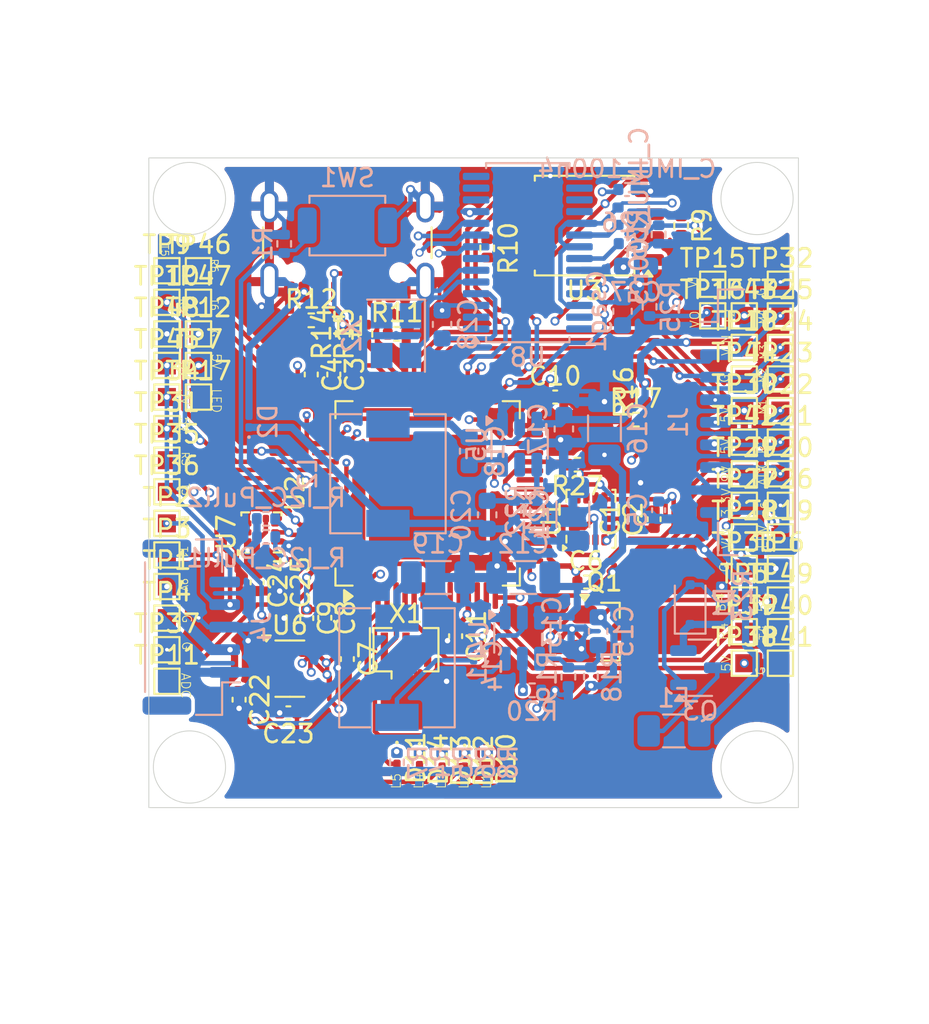
<source format=kicad_pcb>
(kicad_pcb (version 20241229) (generator "pcbnew") (generator_version "9.0")
  (layers (0 "F.Cu" signal) (4 "In1.Cu" signal) (6 "In2.Cu" signal) (2 "B.Cu" signal) (13 "F.Paste" user) (15 "B.Paste" user) (5 "F.SilkS" user "F.Silkscreen") (7 "B.SilkS" user "B.Silkscreen") (1 "F.Mask" user) (3 "B.Mask" user) (25 "Edge.Cuts" user))
  (net 0 "")
  (net 1 "/+3.3V")
  (net 2 "GND")
  (net 3 "/VIN")
  (net 4 "Net-(U4-BOOT)")
  (net 5 "Net-(U4-SW)")
  (net 6 "Net-(U4-FB)")
  (net 7 "/+9V")
  (net 8 "Net-(U5-BOOT)")
  (net 9 "Net-(U5-SW)")
  (net 10 "Net-(U5-FB)")
  (net 11 "+5VD")
  (net 12 "Net-(U8-VIN)")
  (net 13 "Net-(C27-Pad2)")
  (net 14 "/3.3V_OUT")
  (net 15 "Net-(U8-SAG)")
  (net 16 "/V_IN")
  (net 17 "Net-(P1-CC)")
  (net 18 "Net-(P1-VCONN)")
  (net 19 "Net-(D1-A)")
  (net 20 "Net-(D10-K)")
  (net 21 "Net-(D11-K)")
  (net 22 "/LED0")
  (net 23 "Net-(D12-K)")
  (net 24 "Net-(D13-K)")
  (net 25 "/LED1")
  (net 26 "Net-(D14-K)")
  (net 27 "/VBUS")
  (net 28 "/LIPO_V")
  (net 29 "Net-(Q3-D)")
  (net 30 "/BEEPER")
  (net 31 "/PIN_B-")
  (net 32 "/UART1_RX")
  (net 33 "/boot0")
  (net 34 "Net-(U3-IO2)")
  (net 35 "/I2C_SDA")
  (net 36 "/I2C_SCL")
  (net 37 "/ADC_VBAT")
  (net 38 "/9V_ENABLE")
  (net 39 "/USBD+")
  (net 40 "/3.3V")
  (net 41 "/USBD-")
  (net 42 "/V_OUT")
  (net 43 "/boot1")
  (net 44 "/UART1_TX")
  (net 45 "/UART5_TX")
  (net 46 "/UART5_RX")
  (net 47 "/ADC_RSSI")
  (net 48 "/LED")
  (net 49 "/ADC_CURR")
  (net 50 "/UART2_RX")
  (net 51 "/S1")
  (net 52 "/S2")
  (net 53 "/S3")
  (net 54 "/S4")
  (net 55 "/UART3_RX")
  (net 56 "/UART3_TX")
  (net 57 "/UART4_RX")
  (net 58 "/UART4_TX")
  (net 59 "/UART2_TX")
  (net 60 "/UART6_RX")
  (net 61 "/UART6_TX")
  (net 62 "/OSD_MISO")
  (net 63 "/GYRO_SCK")
  (net 64 "/FLASH_CS")
  (net 65 "Net-(U3-IO3)")
  (net 66 "/FLASH_MOSI")
  (net 69 "/GYRO_SDO")
  (net 70 "/FLASH_MISO")
  (net 71 "/GYRO_CS")
  (net 72 "/OSD_SCK")
  (net 73 "/OSD_CS")
  (net 74 "/osc_out")
  (net 75 "/GYRO_INIT")
  (net 76 "/osc_in")
  (net 78 "/OSD_MOSI")
  (net 79 "/FLASH_SCLK")
  (net 81 "/GYRO_SDA")
  (net 92 "Net-(U8-XFB)")
  (net 96 "Net-(U8-CLKIN)")
  (net 98 "+5V")
  (net 99 "Net-(U8-DGND)")
  (net 100 "Net-(U8-PVDD)")
  (net 101 "Net-(U8-AGND)")
  (net 102 "/SWC")
  (net 103 "/SWD")
  (net 104 "Net-(P1-D+)")
  (net 105 "Net-(P1-D-)")
  (footprint "TestPoint:TestPoint_Pad_1.0x1.0mm" (layer "F.Cu") (at 52.5 104)
    (property "Reference" "TP1")
    (property "Value" "+9V")
  )
  (footprint "LED_SMD:LED_0201_0603Metric" (layer "F.Cu") (at 67.75 113.655 -90)
    (property "Reference" "D13")
    (property "Value" "LED5V(RED)")
  )
  (footprint "TestPoint:TestPoint_Pad_1.0x1.0mm" (layer "F.Cu") (at 52.5 93.5)
    (property "Reference" "TP34")
    (property "Value" "5V5")
  )
  (footprint "TestPoint:TestPoint_Pad_1.0x1.0mm" (layer "F.Cu") (at 86.5 104.75)
    (property "Reference" "TP49")
    (property "Value" "+B")
  )
  (footprint "Capacitor_SMD:C_0402_1005Metric" (layer "F.Cu") (at 75.73 103.75)
    (property "Reference" "C6")
    (property "Value" "100nF")
  )
  (footprint "Resistor_SMD:R_0402_1005Metric" (layer "F.Cu") (at 63.5 90 90)
    (property "Reference" "R15")
    (property "Value" "22")
  )
  (footprint "TestPoint:TestPoint_Pad_1.0x1.0mm" (layer "F.Cu") (at 86.5 108.25)
    (property "Reference" "TP41")
    (property "Value" "GND4")
  )
  (footprint "LED_SMD:LED_0201_0603Metric" (layer "F.Cu") (at 69 113.655 -90)
    (property "Reference" "D12")
    (property "Value" "LED(RED)9V")
  )
  (footprint "Capacitor_SMD:C_0402_1005Metric" (layer "F.Cu") (at 59.23 111 180)
    (property "Reference" "C23")
    (property "Value" "1uF")
  )
  (footprint "TestPoint:TestPoint_Pad_1.0x1.0mm" (layer "F.Cu") (at 84.5 89)
    (property "Reference" "TP43")
    (property "Value" "TX2")
  )
  (footprint "Capacitor_SMD:C_0402_1005Metric" (layer "F.Cu") (at 60.5 92.25 -90)
    (property "Reference" "C4")
    (property "Value" "2.2uF")
  )
  (footprint "TestPoint:TestPoint_Pad_1.0x1.0mm" (layer "F.Cu") (at 86.5 87.25)
    (property "Reference" "TP32")
    (property "Value" "GND")
  )
  (footprint "Capacitor_SMD:C_0402_1005Metric" (layer "F.Cu") (at 61.75 92.25 -90)
    (property "Reference" "C3")
    (property "Value" "2.2uF")
  )
  (footprint "Package_TO_SOT_SMD:SuperSOT-3" (layer "F.Cu") (at 76.745 106.5)
    (property "Reference" "Q1")
    (property "Value" "AO3400A")
  )
  (footprint "Capacitor_SMD:C_0402_1005Metric" (layer "F.Cu") (at 68.5 106.75 -90)
    (property "Reference" "C11")
    (property "Value" "100nF")
  )
  (footprint "Capacitor_SMD:C_0402_1005Metric" (layer "F.Cu") (at 57.5 103.77 -90)
    (property "Reference" "C24")
    (property "Value" "100nF")
  )
  (footprint "TestPoint:TestPoint_Pad_1.0x1.0mm" (layer "F.Cu") (at 84.5 106.5)
    (property "Reference" "TP39")
    (property "Value" "TX4")
  )
  (footprint "TestPoint:TestPoint_Pad_1.0x1.0mm" (layer "F.Cu") (at 84.5 101.25)
    (property "Reference" "TP28")
    (property "Value" "VIN")
  )
  (footprint "TestPoint:TestPoint_Pad_1.0x1.0mm" (layer "F.Cu") (at 84.5 96)
    (property "Reference" "TP42")
    (property "Value" "5V3")
  )
  (footprint "Resistor_SMD:R_0402_1005Metric" (layer "F.Cu") (at 75.25 97.25 180)
    (property "Reference" "R27")
    (property "Value" "10K")
  )
  (footprint "Resistor_SMD:R_0402_1005Metric" (layer "F.Cu") (at 78.5 94.75)
    (property "Reference" "R17")
    (property "Value" "2K")
  )
  (footprint "TestPoint:TestPoint_Pad_1.0x1.0mm" (layer "F.Cu") (at 52.5 88.25)
    (property "Reference" "TP10")
    (property "Value" "RX5")
  )
  (footprint "Package_QFP:LQFP-64-1EP_10x10mm_P0.5mm_EP6.5x6.5mm" (layer "F.Cu") (at 66.95 98.8375 90)
    (property "Reference" "U2")
    (property "Value" "STM32F405RGT6")
  )
  (footprint "TestPoint:TestPoint_Pad_1.0x1.0mm" (layer "F.Cu") (at 84.5 94.25)
    (property "Reference" "TP30")
    (property "Value" "+5VE")
  )
  (footprint "Connector_USB:USB_C_Receptacle_GCT_USB4105-xx-A_16P_TopMnt_Horizontal" (layer "F.Cu") (at 62.5 84 180)
    (property "Reference" "P1")
    (property "Value" "USB_C_Plug_USB2.0")
  )
  (footprint "Resistor_SMD:R_0402_1005Metric" (layer "F.Cu") (at 62.25 89.99 90)
    (property "Reference" "R14")
    (property "Value" "22")
  )
  (footprint "LED_SMD:LED_0201_0603Metric" (layer "F.Cu") (at 70.25 113.57 -90)
    (property "Reference" "D10")
    (property "Value" "STATE_LED(BLUE)")
  )
  (footprint "TestPoint:TestPoint_Pad_1.0x1.0mm" (layer "F.Cu") (at 54.25 91.75)
    (property "Reference" "TP7")
    (property "Value" "+5V1")
  )
  (footprint "TestPoint:TestPoint_Pad_1.0x1.0mm" (layer "F.Cu") (at 84.5 104.75)
    (property "Reference" "TP5")
    (property "Value" "-B")
  )
  (footprint "TestPoint:TestPoint_Pad_1.0x1.0mm" (layer "F.Cu") (at 52.5 91.75)
    (property "Reference" "TP45")
    (property "Value" "5V6")
  )
  (footprint "Package_LGA:LGA-14_3x2.5mm_P0.5mm_LayoutBorder3x4y" (layer "F.Cu") (at 76 100.25 90)
    (property "Reference" "U1")
    (property "Value" "ICM-42688-P")
  )
  (footprint "Resistor_SMD:R_0402_1005Metric" (layer "F.Cu") (at 81 84 -90)
    (property "Reference" "R9")
    (property "Value" "10K")
  )
  (footprint "TestPoint:TestPoint_Pad_1.0x1.0mm" (layer "F.Cu") (at 52.5 95.25)
    (property "Reference" "TP31")
    (property "Value" "+5VE2")
  )
  (footprint "TestPoint:TestPoint_Pad_1.0x1.0mm" (layer "F.Cu") (at 84.5 99.5)
    (property "Reference" "TP27")
    (property "Value" "+3.3V")
  )
  (footprint "Capacitor_SMD:C_0402_1005Metric" (layer "F.Cu") (at 79.5 100.27 90)
    (property "Reference" "C2")
    (property "Value" "100nF")
  )
  (footprint "TestPoint:TestPoint_Pad_1.0x1.0mm" (layer "F.Cu") (at 86.5 106.5)
    (property "Reference" "TP40")
    (property "Value" "RX4")
  )
  (footprint "TestPoint:TestPoint_Pad_1.0x1.0mm" (layer "F.Cu") (at 52.5 107.5)
    (property "Reference" "TP37")
    (property "Value" "GND5")
  )
  (footprint "TestPoint:TestPoint_Pad_1.0x1.0mm" (layer "F.Cu") (at 52.5 98.75)
    (property "Reference" "TP36")
    (property "Value" "RX3")
  )
  (footprint "Package_SO:SOIC-8_5.3x5.3mm_P1.27mm" (layer "F.Cu") (at 75.65 84 180)
    (property "Reference" "U3")
    (property "Value" "W25Q128JVS")
  )
  (footprint "TestPoint:TestPoint_Pad_1.0x1.0mm" (layer "F.Cu") (at 54.25 93.5)
    (property "Reference" "TP17")
    (property "Value" "LED")
  )
  (footprint "TestPoint:TestPoint_Pad_1.0x1.0mm" (layer "F.Cu") (at 86.5 96)
    (property "Reference" "TP21")
    (property "Value" "RX2")
  )
  (footprint "TestPoint:TestPoint_Pad_1.0x1.0mm" (layer "F.Cu") (at 86.5 99.5)
    (property "Reference" "TP26")
    (property "Value" "GND")
  )
  (footprint "TestPoint:TestPoint_Pad_1.0x1.0mm" (layer "F.Cu") (at 52.5 102.25)
    (property "Reference" "TP3")
    (property "Value" "RX1")
  )
  (footprint "TestPoint:TestPoint_Pad_1.0x1.0mm" (layer "F.Cu") (at 84.5 97.75)
    (property "Reference" "TP29")
    (property "Value" "+9VE")
  )
  (footprint "TestPoint:TestPoint_Pad_1.0x1.0mm" (layer "F.Cu") (at 86.5 103)
    (property "Reference" "TP6")
    (property "Value" "GND")
  )
  (footprint "TestPoint:TestPoint_Pad_1.0x1.0mm" (layer "F.Cu") (at 84.5 92.5)
    (property "Reference" "TP44")
    (property "Value" "GND6")
  )
  (footprint "Capacitor_SMD:C_0402_1005Metric" (layer "F.Cu") (at 61.25 105.73 -90)
    (property "Reference" "C8")
    (property "Value" "100nF")
  )
  (footprint "TestPoint:TestPoint_Pad_1.0x1.0mm" (layer "F.Cu") (at 86.5 90.75)
    (property "Reference" "TP24")
    (property "Value" "M3")
  )
  (footprint "TestPoint:TestPoint_Pad_1.0x1.0mm" (layer "F.Cu") (at 86.5 89)
    (property "Reference" "TP25")
    (property "Value" "M4")
  )
  (footprint "TestPoint:TestPoint_Pad_1.0x1.0mm" (layer "F.Cu") (at 86.5 97.75)
    (property "Reference" "TP20")
    (property "Value" "CUR")
  )
  (footprint "TestPoint:TestPoint_Pad_1.0x1.0mm" (layer "F.Cu") (at 82.75 89)
    (property "Reference" "TP16")
    (property "Value" "VIDEO_OUT")
  )
  (footprint "Crystal:Resonator_SMD_Murata_CSTxExxV-3Pin_3.0x1.1mm" (layer "F.Cu") (at 65.75 107.5)
    (property "Reference" "X1")
    (property "Value" "Crystal_GND2_Small")
  )
  (footprint "Capacitor_SMD:C_0402_1005Metric" (layer "F.Cu") (at 78.25 100.25 90)
    (property "Reference" "C1")
    (property "Value" "10uF")
  )
  (footprint "TestPoint:TestPoint_Pad_1.0x1.0mm" (layer "F.Cu") (at 52.5 97)
    (property "Reference" "TP35")
    (property "Value" "TX3")
  )
  (footprint "TestPoint:TestPoint_Pad_1.0x1.0mm" (layer "F.Cu") (at 54.25 88.25)
    (property "Reference" "TP47")
    (property "Value" "RX6")
  )
  (footprint "TestPoint:TestPoint_Pad_1.0x1.0mm" (layer "F.Cu") (at 54.25 90)
    (property "Reference" "TP12")
    (property "Value" "GND7")
  )
  (footprint "TestPoint:TestPoint_Pad_1.0x1.0mm" (layer "F.Cu") (at 86.5 92.5)
    (property "Reference" "TP23")
    (property "Value" "M2")
  )
  (footprint "TestPoint:TestPoint_Pad_1.0x1.0mm" (layer "F.Cu") (at 84.5 108.25)
    (property "Reference" "TP38")
    (property "Value" "5V4")
  )
  (footprint "Capacitor_SMD:C_0402_1005Metric" (layer "F.Cu") (at 56.5 110.27 -90)
    (property "Reference" "C22")
    (property "Value" "1uF")
  )
  (footprint "Capacitor_SMD:C_0402_1005Metric" (layer "F.Cu") (at 62.5 108.02 -90)
    (property "Reference" "C7")
    (property "Value" "100nF")
  )
  (footprint "Package_LGA:ST_HLGA-10_2x2mm_P0.5mm_LayoutBorder3x2y" (layer "F.Cu") (at 57.735 101 90)
    (property "Reference" "U7")
    (property "Value" "BMP388")
  )
  (footprint "TestPoint:TestPoint_Pad_1.0x1.0mm" (layer "F.Cu") (at 86.5 94.25)
    (property "Reference" "TP22")
    (property "Value" "M1")
  )
  (footprint "Resistor_SMD:R_0402_1005Metric" (layer "F.Cu") (at 60.5 89.25)
    (property "Reference" "R12")
    (property "Value" "5.1K")
  )
  (footprint "TestPoint:TestPoint_Pad_1.0x1.0mm" (layer "F.Cu") (at 52.5 109.25)
    (property "Reference" "TP11")
    (property "Value" "RSSI")
  )
  (footprint "TestPoint:TestPoint_Pad_1.0x1.0mm" (layer "F.Cu") (at 52.5 86.5)
    (property "Reference" "TP9")
    (property "Value" "TX5")
  )
  (footprint "Package_TO_SOT_SMD:SOT-23-5" (layer "F.Cu") (at 59.315 108.55)
    (property "Reference" "U6")
    (property "Value" "AP2112K-3.3TRG1")
  )
  (footprint "Capacitor_SMD:C_0402_1005Metric" (layer "F.Cu") (at 74.02 93.5)
    (property "Reference" "C10")
    (property "Value" "100nF")
  )
  (footprint "Capacitor_SMD:C_0402_1005Metric" (layer "F.Cu") (at 58.75 103.77 -90)
    (property "Reference" "C25")
    (property "Value" "100nF")
  )
  (footprint "Resistor_SMD:R_0402_1005Metric" (layer "F.Cu") (at 65.25 90)
    (property "Reference" "R11")
    (property "Value" "5.1K")
  )
  (footprint "TestPoint:TestPoint_Pad_1.0x1.0mm" (layer "F.Cu") (at 52.5 105.75)
    (property "Reference" "TP4")
    (property "Value" "GND")
  )
  (footprint "LED_SMD:LED_0201_0603Metric" (layer "F.Cu") (at 66.5 113.57 -90)
    (property "Reference" "D14")
    (property "Value" "LED(RED)3.3V")
  )
  (footprint "TestPoint:TestPoint_Pad_1.0x1.0mm" (layer "F.Cu") (at 82.75 87.25)
    (property "Reference" "TP15")
    (property "Value" "VIDEO_IN")
  )
  (footprint "Resistor_SMD:R_0402_1005Metric" (layer "F.Cu") (at 79 93.24 90)
    (property "Reference" "R16")
    (property "Value" "18K")
  )
  (footprint "TestPoint:TestPoint_Pad_1.0x1.0mm" (layer "F.Cu") (at 54.25 86.5)
    (property "Reference" "TP46")
    (property "Value" "TX6")
  )
  (footprint "Resistor_SMD:R_0402_1005Metric" (layer "F.Cu") (at 70.25 85.26 -90)
    (property "Reference" "R10")
    (property "Value" "10K")
  )
  (footprint "TestPoint:TestPoint_Pad_1.0x1.0mm" (layer "F.Cu") (at 52.5 100.5)
    (property "Reference" "TP2")
    (property "Value" "TX1")
  )
  (footprint "TestPoint:TestPoint_Pad_1.0x1.0mm" (layer "F.Cu") (at 52.5 90)
    (property "Reference" "TP48")
    (property "Value" "GND8")
  )
  (footprint "TestPoint:TestPoint_Pad_1.0x1.0mm" (layer "F.Cu") (at 84.5 103)
    (property "Reference" "TP33")
    (property "Value" "GND")
  )
  (footprint "LED_SMD:LED_0201_0603Metric" (layer "F.Cu") (at 65.25 113.5 -90)
    (property "Reference" "D11")
    (property "Value" "STATE_LED(YELLOW)")
  )
  (footprint "Capacitor_SMD:C_0402_1005Metric" (layer "F.Cu") (at 60.25 105.75 -90)
    (property "Reference" "C9")
    (property "Value" "100nF")
  )
  (footprint "TestPoint:TestPoint_Pad_1.0x1.0mm" (layer "F.Cu") (at 86.5 101.25)
    (property "Reference" "TP19")
    (property "Value" "VESC")
  )
  (footprint "TestPoint:TestPoint_Pad_1.0x1.0mm" (layer "F.Cu") (at 84.5 90.75)
    (property "Reference" "TP18")
    (property "Value" "VIN")
  )
  (footprint "Button_Switch_SMD:SW_SPST_TS-1088-xR020" (layer "B.Cu") (at 62.5 84 180)
    (property "Reference" "SW1")
    (property "Value" "SW_Push")
  )
  (footprint "Capacitor_SMD:C_0603_1608Metric" (layer "B.Cu") (at 77.75 88.75 -90)
    (property "Reference" "Csag1")
    (property "Value" "C_Polarized")
  )
  (footprint "Package_TO_SOT_SMD:SOT-23-6" (layer "B.Cu") (at 72.2 106.8625 -90)
    (property "Reference" "U4")
    (property "Value" "TPS54302")
  )
  (footprint "Resistor_SMD:R_0402_1005Metric" (layer "B.Cu") (at 72.74 109.75)
    (property "Reference" "R20")
    (property "Value" "10K")
  )
  (footprint "Capacitor_SMD:C_1206_3216Metric" (layer "B.Cu") (at 67.525 103.5 180)
    (property "Reference" "C19")
    (property "Value" "47uF")
  )
  (footprint "Capacitor_SMD:C_0603_1608Metric" (layer "B.Cu") (at 69.25 96.5 90)
    (property "Reference" "C18")
    (property "Value" "100nF")
  )
  (footprint "Package_TO_SOT_SMD:SOT-23-6" (layer "B.Cu") (at 72.05 96.1125 -90)
    (property "Reference" "U5")
    (property "Value" "TPS54302")
  )
  (footprint "Resistor_SMD:R_0402_1005Metric" (layer "B.Cu") (at 74.75 109 -90)
    (property "Reference" "R19")
    (property "Value" "6.2K")
  )
  (footprint "Capacitor_SMD:C_0402_1005Metric" (layer "B.Cu") (at 77.5 83.48 90)
    (property "Reference" "C_IMU_100n5")
    (property "Value" "0.1uF")
  )
  (footprint "Capacitor_SMD:C_0603_1608Metric" (layer "B.Cu") (at 67.75 89.475 90)
    (property "Reference" "C28")
    (property "Value" "0.1uF")
  )
  (footprint "Capacitor_SMD:C_1206_3216Metric" (layer "B.Cu") (at 72.25 103.5 180)
    (property "Reference" "C12")
    (property "Value" "10uF")
  )
  (footprint "Resistor_SMD:R_0402_1005Metric" (layer "B.Cu") (at 58 101.25)
    (property "Reference" "R_I2C_Pull1")
    (property "Value" "4.7K")
  )
  (footprint "Resistor_SMD:R_0402_1005Metric" (layer "B.Cu") (at 71.75 99.765 90)
    (property "Reference" "R21")
    (property "Value" "100K")
  )
  (footprint "Resistor_SMD:R_0402_1005Metric" (layer "B.Cu") (at 65.25 113.74 90)
    (property "Reference" "R7")
    (property "Value" "4.7K")
  )
  (footprint "Connector_JST:JST_GH_SM05B-GHS-TB_1x05-1MP_P1.25mm_Horizontal" (layer "B.Cu") (at 53.85 106.25 90)
    (property "Reference" "J4")
    (property "Value" "HD_VTX")
  )
  (footprint "Package_SO:TSSOP-28_4.4x9.7mm_P0.65mm" (layer "B.Cu") (at 72.5 85.5)
    (property "Reference" "U8")
    (property "Value" "MAX7456EUI_")
  )
  (footprint "Resistor_SMD:R_0402_1005Metric" (layer "B.Cu") (at 83.25 104.5 90)
    (property "Reference" "R23")
    (property "Value" "100K")
  )
  (footprint "Diode_SMD:D_SOD-323F" (layer "B.Cu") (at 81.5 105 90)
    (property "Reference" "D1")
    (property "Value" "MM3Zxx")
  )
  (footprint "Capacitor_SMD:C_1206_3216Metric" (layer "B.Cu") (at 75 100 -90)
    (property "Reference" "C21")
    (property "Value" "47uF")
  )
  (footprint "Resistor_SMD:R_0402_1005Metric" (layer "B.Cu") (at 76 108.99 90)
    (property "Reference" "R18")
    (property "Value" "100K")
  )
  (footprint "Resistor_SMD:R_0402_1005Metric" (layer "B.Cu") (at 59 85.01 -90)
    (property "Reference" "R1")
    (property "Value" "10K")
  )
  (footprint "Capacitor_SMD:C_0402_1005Metric" (layer "B.Cu") (at 78 82 180)
    (property "Reference" "C_IMU_100n4")
    (property "Value" "0.1uF")
  )
  (footprint "Diode_SMD:D_0201_0603Metric" (layer "B.Cu") (at 57.05 94.8625 90)
    (property "Reference" "D2")
    (property "Value" "D_Schottky_Dual_CommonCathode_AAK_Parallel")
  )
  (footprint "Resistor_SMD:R_0402_1005Metric" (layer "B.Cu") (at 79.75 84.49 -90)
    (property "Reference" "R35")
    (property "Value" "75")
  )
  (footprint "Inductor_SMD:L_6.3x6.3_H3" (layer "B.Cu") (at 64.75 97.75 -90)
    (property "Reference" "L2")
    (property "Value" "10uH")
  )
  (footprint "Resistor_SMD:R_0402_1005Metric" (layer "B.Cu") (at 67.75 113.74 90)
    (property "Reference" "R5")
    (property "Value" "4.7K")
  )
  (footprint "Resistor_SMD:R_0402_1005Metric" (layer "B.Cu") (at 57.99 100.25 180)
    (property "Reference" "R_I2C_Pull2")
    (property "Value" "4.7K")
  )
  (footprint "Crystal:Crystal_SMD_SeikoEpson_FA238-4Pin_3.2x2.5mm" (layer "B.Cu") (at 65.2 90.1 -90)
    (property "Reference" "X2")
    (property "Value" "27MHz")
  )
  (footprint "Inductor_SMD:L_6.3x6.3_H3" (layer "B.Cu") (at 65.25 108.5 90)
    (property "Reference" "L1")
    (property "Value" "15uH")
  )
  (footprint "Capacitor_SMD:C_0402_1005Metric" (layer "B.Cu") (at 79.75 99.77 -90)
    (property "Reference" "C5")
    (property "Value" "100nF")
  )
  (footprint "Capacitor_SMD:C_0603_1608Metric" (layer "B.Cu") (at 70.25 100.025 -90)
    (property "Reference" "C20")
    (property "Value" "100pF")
  )
  (footprint "Capacitor_SMD:C_0603_1608Metric" (layer "B.Cu") (at 74.5 95.27 -90)
    (property "Reference" "C17")
    (property "Value" "100nF")
  )
  (footprint "Resistor_SMD:R_0402_1005Metric" (layer "B.Cu") (at 70.25 113.74 90)
    (property "Reference" "R8")
    (property "Value" "4.7K")
  )
  (footprint "Package_TO_SOT_SMD:SOT-23" (layer "B.Cu") (at 82.0625 108.5)
    (property "Reference" "Q3")
    (property "Value" "AO3401A")
  )
  (footprint "Resistor_SMD:R_0402_1005Metric" (layer "B.Cu") (at 66.5 113.74 90)
    (property "Reference" "R4")
    (property "Value" "4.7K")
  )
  (footprint "Capacitor_SMD:C_0603_1608Metric" (layer "B.Cu") (at 76.4 106.475 90)
    (property "Reference" "C15")
    (property "Value" "150pF")
  )
  (footprint "Capacitor_SMD:C_0201_0603Metric" (layer "B.Cu") (at 74.9 105.98 -90)
    (property "Reference" "C13")
    (property "Value" "100nF")
  )
  (footprint "Capacitor_SMD:C_1206_3216Metric" (layer "B.Cu") (at 76.75 95.23 90)
    (property "Reference" "C16")
    (property "Value" "10uF")
  )
  (footprint "Capacitor_SMD:C_0201_0603Metric" (layer "B.Cu") (at 69.5 108.405 90)
    (property "Reference" "C14")
    (property "Value" "100nF")
  )
  (footprint "Fuse:Fuse_1206_3216Metric" (layer "B.Cu") (at 80.6 112 180)
    (property "Reference" "F1")
    (property "Value" "Fuse_Small")
  )
  (footprint "Capacitor_SMD:C_0402_1005Metric" (layer "B.Cu") (at 78.02 85 180)
    (property "Reference" "C26")
    (property "Value" "100nF")
  )
  (footprint "Resistor_SMD:R_0402_1005Metric" (layer "B.Cu") (at 79.25 88.5 90)
    (property "Reference" "R25")
    (property "Value" "75")
  )
  (footprint "Connector_JST:JST_GH_SM09B-GHS-TB_1x09-1MP_P1.25mm_Horizontal" (layer "B.Cu") (at 84.75 94.9 -90)
    (property "Reference" "J1")
    (property "Value" "ESC")
  )
  (footprint "Resistor_SMD:R_0402_1005Metric" (layer "B.Cu") (at 69 113.74 90)
    (property "Reference" "R6")
    (property "Value" "4.7K")
  )
  (footprint "Resistor_SMD:R_0402_1005Metric" (layer "B.Cu") (at 73 99.775 -90)
    (property "Reference" "R22")
    (property "Value" "12.3K")
  )
  (footprint "Capacitor_SMD:C_0603_1608Metric" (layer "B.Cu") (at 78.5 86.25)
    (property "Reference" "C27")
    (property "Value" "C_Polarized")
  )
  (gr_circle (center 85.205985 114) (end 87.205985 114) (stroke (width 0.05)) (fill no) (layer "Edge.Cuts"))
  (gr_circle (center 53.75 114) (end 55.75 114) (stroke (width 0.05)) (fill no) (layer "Edge.Cuts"))
  (gr_rect (start 51.5 80.25) (end 87.5 116.25) (stroke (width 0.05)) (fill no) (layer "Edge.Cuts"))
  (gr_circle (center 85.205985 82.5) (end 87.205985 82.5) (stroke (width 0.05)) (fill no) (layer "Edge.Cuts"))
  (gr_circle (center 53.75 82.5) (end 55.75 82.5) (stroke (width 0.05)) (fill no) (layer "Edge.Cuts"))
  (gr_text "LPV\n" (at 85.8 101.95 90) (layer "F.SilkS") (effects (font (size 0.5 0.5) (thickness 0.05) (bold yes)) (justify left bottom)))
  (gr_text "ADC\n" (at 53.25 108.75 270) (layer "F.SilkS") (effects (font (size 0.5 0.5) (thickness 0.05) (bold yes)) (justify left bottom)))
  (gr_text "T4\n\n\n" (at 87.5 107 90) (layer "F.SilkS") (effects (font (size 0.5 0.5) (thickness 0.05) (bold yes)) (justify left bottom)))
  (gr_text "G\n\n" (at 52.5 89.75 270) (layer "F.SilkS") (effects (font (size 0.4 0.4) (thickness 0.05) (bold yes)) (justify left bottom)))
  (gr_text "T1" (at 53.2 101.75 270) (layer "F.SilkS") (effects (font (size 0.4 0.4) (thickness 0.05) (bold yes)) (justify left bottom)))
  (gr_text "R5\n" (at 53.2 88 270) (layer "F.SilkS") (effects (font (size 0.4 0.4) (thickness 0.05) (bold yes)) (justify left bottom)))
  (gr_text "B-" (at 83.5 105.45 90) (layer "F.SilkS") (effects (font (size 0.5 0.5) (thickness 0.05) (bold yes)) (justify left bottom)))
  (gr_text "G\n\n" (at 86.5 87.95 90) (layer "F.SilkS") (effects (font (size 0.5 0.5) (thickness 0.05) (bold yes)) (justify left bottom)))
  (gr_text "5V\n" (at 54.95 91.05 270) (layer "F.SilkS") (effects (font (size 0.5 0.5) (thickness 0.05) (bold yes)) (justify left bottom)))
  (gr_text "LED" (at 54.95 93 270) (layer "F.SilkS") (effects (font (size 0.5 0.5) (thickness 0.05) (bold yes)) (justify left bottom)))
  (gr_text "9V" (at 53.2 103.5 270) (layer "F.SilkS") (effects (font (size 0.4 0.4) (thickness 0.05) (bold yes)) (justify left bottom)))
  (gr_text "G\n\n" (at 54.25 89.75 270) (layer "F.SilkS") (effects (font (size 0.4 0.4) (thickness 0.05) (bold yes)) (justify left bottom)))
  (gr_text "ADC\n" (at 85.8 98.45 90) (layer "F.SilkS") (effects (font (size 0.5 0.5) (thickness 0.05) (bold yes)) (justify left bottom)))
  (gr_text "9V\n" (at 83.8 98.25 90) (layer "F.SilkS") (effects (font (size 0.5 0.5) (thickness 0.05) (bold yes)) (justify left bottom)))
  (gr_text "G\n\n" (at 52.5 105.5 270) (layer "F.SilkS") (effects (font (size 0.5 0.5) (thickness 0.05) (bold yes)) (justify left bottom)))
  (gr_text "5V\n" (at 83.75 96.7 90) (layer "F.SilkS") (effects (font (size 0.5 0.5) (thickness 0.05) (bold yes)) (justify left bottom)))
  (gr_text "5V\n" (at 53.2 91.5 270) (layer "F.SilkS") (effects (font (size 0.5 0.5) (thickness 0.05) (bold yes)) (justify left bottom)))
  (gr_text "G\n\n" (at 86.5 99.75 90) (layer "F.SilkS") (effects (font (size 0.4 0.4) (thickness 0.05) (bold yes)) (justify left bottom)))
  (gr_text "5V\n" (at 83.75 94.95 90) (layer "F.SilkS") (effects (font (size 0.5 0.5) (thickness 0.05) (bold yes)) (justify left bottom)))
  (gr_text "T6\n\n" (at 54.25 88 270) (layer "F.SilkS") (effects (font (size 0.4 0.4) (thickness 0.05) (bold yes)) (justify left bottom)))
  (gr_text "3.3V\n" (at 83.8 100.2 90) (layer "F.SilkS") (effects (font (size 0.5 0.5) (thickness 0.05) (bold yes)) (justify left bottom)))
  (gr_text "5V\n" (at 85.8 105.45 90) (layer "F.SilkS") (effects (font (size 0.5 0.5) (thickness 0.05) (bold yes)) (justify left bottom)))
  (gr_text "T2" (at 84 89.5 90) (layer "F.SilkS") (effects (font (size 0.5 0.5) (thickness 0.05) (bold yes)) (justify left bottom)))
  (gr_text "R2\n" (at 85.8 96.7 90) (layer "F.SilkS") (effects (font (size 0.5 0.5) (thickness 0.05) (bold yes)) (justify left bottom)))
  (gr_text "5V\n" (at 83.8 108.75 90) (layer "F.SilkS") (effects (font (size 0.5 0.5) (thickness 0.05) (bold yes)) (justify left bottom)))
  (gr_text "T5\n\n" (at 51.5 85 270) (layer "F.SilkS") (effects (font (size 0.4 0.4) (thickness 0.05) (bold yes)) (justify left bottom)))
  (gr_text "G\n\n" (at 52.5 107 270) (layer "F.SilkS") (effects (font (size 0.5 0.5) (thickness 0.05) (bold yes)) (justify left bottom)))
  (gr_text "VI\n\n" (at 82.75 87.5 90) (layer "F.SilkS") (effects (font (size 0.5 0.5) (thickness 0.05) (bold yes)) (justify left bottom)))
  (gr_text "5V\n" (at 53.2 93 270) (layer "F.SilkS") (effects (font (size 0.5 0.5) (thickness 0.05) (bold yes)) (justify left bottom)))
  (gr_text "L5" (at 65.5 115.25 90) (layer "F.SilkS") (effects (font (size 0.5 0.5) (thickness 0.05) (bold yes)) (justify left bottom)))
  (gr_text "L2" (at 69.25 115.25 90) (layer "F.SilkS") (effects (font (size 0.5 0.5) (thickness 0.05) (bold yes)) (justify left bottom)))
  (gr_text "R3\n\n\n" (at 52 96.5 270) (layer "F.SilkS") (effects (font (size 0.4 0.4) (thickness 0.05) (bold yes)) (justify left bottom)))
  (gr_text "G\n\n" (at 86.5 103.25 90) (layer "F.SilkS") (effects (font (size 0.4 0.4) (thickness 0.05) (bold yes)) (justify left bottom)))
  (gr_text "R1" (at 53.25 100 270) (layer "F.SilkS") (effects (font (size 0.4 0.4) (thickness 0.05) (bold yes)) (justify left bottom)))
  (gr_text "R6\n\n" (at 54.25 85.8 270) (layer "F.SilkS") (effects (font (size 0.4 0.4) (thickness 0.05) (bold yes)) (justify left bottom)))
  (gr_text "VIN\n" (at 83.8 91.25 90) (layer "F.SilkS") (effects (font (size 0.5 0.5) (thickness 0.05) (bold yes)) (justify left bottom)))
  (gr_text "M3" (at 85.8 91.45 90) (layer "F.SilkS") (effects (font (size 0.4 0.4) (thickness 0.05) (bold yes)) (justify left bottom)))
  (gr_text "G\n\n" (at 86.5 108.95 90) (layer "F.SilkS") (effects (font (size 0.5 0.5) (thickness 0.05) (bold yes)) (justify left bottom)))
  (gr_text "M2\n" (at 85.75 92.75 90) (layer "F.SilkS") (effects (font (size 0.4 0.4) (thickness 0.05) (bold yes)) (justify left bottom)))
  (gr_text "G\n\n" (at 84.5 103.25 90) (layer "F.SilkS") (effects (font (size 0.5 0.5) (thickness 0.05) (bold yes)) (justify left bottom)))
  (gr_text "VIN\n" (at 83.8 101.95 90) (layer "F.SilkS") (effects (font (size 0.5 0.5) (thickness 0.05) (bold yes)) (justify left bottom)))
  (gr_text "M1\n" (at 85.75 94.5 90) (layer "F.SilkS") (effects (font (size 0.4 0.4) (thickness 0.05) (bold yes)) (justify left bottom)))
  (gr_text "L3" (at 68 115.25 90) (layer "F.SilkS") (effects (font (size 0.5 0.5) (thickness 0.05) (bold yes)) (justify left bottom)))
  (gr_text "5V\n" (at 53.2 94.55 270) (layer "F.SilkS") (effects (font (size 0.5 0.5) (thickness 0.05) (bold yes)) (justify left bottom)))
  (gr_text "T3\n\n\n" (at 52 98.25 270) (layer "F.SilkS") (effects (font (size 0.4 0.4) (thickness 0.05) (bold yes)) (justify left bottom)))
  (gr_text "R4\n\n\n" (at 85.25 107 90) (layer "F.SilkS") (effects (font (size 0.5 0.5) (thickness 0.05) (bold yes)) (justify left bottom)))
  (gr_text "VO\n" (at 82.05 89.7 90) (layer "F.SilkS") (effects (font (size 0.5 0.5) (thickness 0.05) (bold yes)) (justify left bottom)))
  (gr_text "L1" (at 70.5 115.25 90) (layer "F.SilkS") (effects (font (size 0.5 0.5) (thickness 0.05) (bold yes)) (justify left bottom)))
  (gr_text "G\n\n" (at 84.5 92.75 90) (layer "F.SilkS") (effects (font (size 0.5 0.5) (thickness 0.05) (bold yes)) (justify left bottom)))
  (gr_text "M4" (at 85.75 89.5 90) (layer "F.SilkS") (effects (font (size 0.4 0.4) (thickness 0.05) (bold yes)) (justify left bottom)))
  (gr_text "L4" (at 66.75 115.25 90) (layer "F.SilkS") (effects (font (size 0.5 0.5) (thickness 0.05) (bold yes)) (justify left bottom)))
  (segment (start 71.915 85.77) (end 72.05 85.905) (width 0.4) (layer "F.Cu") (net 1))
  (segment (start 63.7 93.175) (end 63.255 92.73) (width 0.3) (layer "F.Cu") (net 1))
  (segment (start 74.860761 102.860761) (end 75.25 103.25) (width 0.3) (layer "F.Cu") (net 1))
  (segment (start 80.475 81.445) (end 82.325 83.295) (width 0.25) (layer "F.Cu") (net 1))
  (segment (start 81 87.15) (end 81 84.51) (width 0.25) (layer "F.Cu") (net 1))
  (segment (start 60.70532 107.6) (end 60.4525 107.6) (width 0.25) (layer "F.Cu") (net 1))
  (segment (start 74.110761 102.860761) (end 74.860761 102.860761) (width 0.3) (layer "F.Cu") (net 1))
  (segment (start 75.25 103.25) (end 75.156587 103.156587) (width 0.25) (layer "F.Cu") (net 1))
  (segment (start 61.375 108.875) (end 60.4525 107.9525) (width 0.25) (layer "F.Cu") (net 1))
  (segment (start 62.5 106.190001) (end 62.5 107.54) (width 0.3) (layer "F.Cu") (net 1))
  (segment (start 61.761396 114.375) (end 59.71 112.323604) (width 0.25) (layer "F.Cu") (net 1))
  (segment (start 78.125 81.445) (end 80.475 81.445) (width 0.25) (layer "F.Cu") (net 1))
  (segment (start 69.155107 105.57) (end 69.2 105.57) (width 0.25) (layer "F.Cu") (net 1))
  (segment (start 83.5 100.649999) (end 84.5 99.649999) (width 0.3) (layer "F.Cu") (net 1))
  (segment (start 84.5 99.649999) (end 84.5 99.5) (width 0.3) (layer "F.Cu") (net 1))
  (segment (start 63.255 92.73) (end 60.5 92.73) (width 0.3) (layer "F.Cu") (net 1))
  (segment (start 70.385 85.905) (end 70.25 85.77) (width 0.25) (layer "F.Cu") (net 1))
  (segment (start 69.2 105.57) (end 68.5 106.27) (width 0.3) (layer "F.Cu") (net 1))
  (segment (start 61.331757 108.226437) (end 60.70532 107.6) (width 0.25) (layer "F.Cu") (net 1))
  (segment (start 72.6125 94.4275) (end 73.54 93.5) (width 0.3) (layer "F.Cu") (net 1))
  (segment (start 66.244999 114.375) (end 61.761396 114.375) (width 0.25) (layer "F.Cu") (net 1))
  (segment (start 60.326262 111) (end 59.71 111) (width 0.3) (layer "F.Cu") (net 1))
  (segment (start 73.45312 101.5875) (end 73.7 101.83438) (width 0.3) (layer "F.Cu") (net 1))
  (segment (start 61.5 109) (end 61.5 109.826262) (width 0.3) (layer "F.Cu") (net 1))
  (segment (start 62.146827 107.54) (end 61.375 108.311827) (width 0.25) (layer "F.Cu") (net 1))
  (segment (start 79.895 101.355) (end 80.585 100.665) (width 0.25) (layer "F.Cu") (net 1))
  (segment (start 61.375 108.875) (end 61.5 109) (width 0.25) (layer "F.Cu") (net 1))
  (segment (start 60.5 92.73) (end 60.190001 92.73) (width 0.25) (layer "F.Cu") (net 1))
  (segment (start 76.539239 102.960761) (end 78.145 101.355) (width 0.25) (layer "F.Cu") (net 1))
  (segment (start 61.375 108.311827) (end 61.375 108.875) (width 0.25) (layer "F.Cu") (net 1))
  (segment (start 81 88) (end 80.75 88.25) (width 0.25) (layer "F.Cu") (net 1))
  (segment (start 83.575 88.075) (end 81.925 88.075) (width 0.25) (layer "F.Cu") (net 1))
  (segment (start 73.7 102.45) (end 74.110761 102.860761) (width 0.3) (layer "F.Cu") (net 1))
  (segment (start 60.4525 107.7975) (end 60 108.25) (width 0.25) (layer "F.Cu") (net 1))
  (segment (start 60.190001 92.73) (end 59.75 92.289999) (width 0.25) (layer "F.Cu") (net 1))
  (segment (start 69.135344 105.550237) (end 69.155107 105.57) (width 0.25) (layer "F.Cu") (net 1))
  (segment (start 62.5 107.54) (end 62.146827 107.54) (width 0.25) (layer "F.Cu") (net 1))
  (segment (start 61.147836 102.5875) (end 60.242668 103.492668) (width 0.3) (layer "F.Cu") (net 1))
  (segment (start 76.785 82.785) (end 78.125 81.445) (width 0.25) (layer "F.Cu") (net 1))
  (segment (start 61.25 105.25) (end 61.559999 105.25) (width 0.3) (layer "F.Cu") (net 1))
  (segment (start 61.2875 102.5875) (end 61.147836 102.5875) (width 0.3) (layer "F.Cu") (net 1))
  (segment (start 59.71 112.323604) (end 59.71 111) (width 0.25) (layer "F.Cu") (net 1))
  (segment (start 82.325 83.938604) (end 83.575 85.188604) (width 0.25) (layer "F.Cu") (net 1))
  (segment (start 73.7 101.83438) (end 73.7 102.45) (width 0.3) (layer "F.Cu") (net 1))
  (segment (start 75.25 103.25) (end 75.539239 102.960761) (width 0.25) (layer "F.Cu") (net 1))
  (segment (start 60.4525 107.9525) (end 60.4525 107.6) (width 0.25) (layer "F.Cu") (net 1))
  (segment (start 81.925 88.075) (end 81 87.15) (width 0.25) (layer "F.Cu") (net 1))
  (segment (start 72.6125 101.5875) (end 73.45312 101.5875) (width 0.3) (layer "F.Cu") (net 1))
  (segment (start 61.5 109.826262) (end 60.326262 111) (width 0.3) (layer "F.Cu") (net 1))
  (segment (start 61.5 109) (end 61.5 110.25) (width 0.25) (layer "F.Cu") (net 1))
  (segment (start 75.539239 102.960761) (end 76.539239 102.960761) (width 0.25) (layer "F.Cu") (net 1))
  (segment (start 73.665 85.905) (end 76.785 82.785) (width 0.25) (layer "F.Cu") (net 1))
  (segment (start 60.25 105.27) (end 62.43 105.27) (width 0.3) (layer "F.Cu") (net 1))
  (segment (start 60.4525 108.7025) (end 60.4525 107.6) (width 0.25) (layer "F.Cu") (net 1))
  (segment (start 66.5 114.119999) (end 66.244999 114.375) (width 0.25) (layer "F.Cu") (net 1))
  (segment (start 62.43 105.27) (end 63.2 104.5) (width 0.3) (layer "F.Cu") (net 1))
  (segment (start 59.75 92.289999) (end 59.75 91.76) (width 0.25) (layer "F.Cu") (net 1))
  (segment (start 75.25 103.25) (end 75.25 103.75) (width 0.3) (layer "F.Cu") (net 1))
  (segment (start 69.2 104.5) (end 69.2 105.57) (width 0.3) (layer "F.Cu") (net 1))
  (segment (start 72 85.905) (end 70.385 85.905) (width 0.25) (layer "F.Cu") (net 1))
  (segment (start 78.145 101.355) (end 79.895 101.355) (width 0.25) (layer "F.Cu") (net 1))
  (segment (start 82.325 83.295) (end 82.325 83.938604) (width 0.25) (layer "F.Cu") (net 1))
  (segment (start 61.559999 105.25) (end 62.5 106.190001) (width 0.3) (layer "F.Cu") (net 1))
  (segment (start 60.4525 107.6) (end 60.4525 107.7975) (width 0.25) (layer "F.Cu") (net 1))
  (segment (start 81 84.51) (end 81 88) (width 0.25) (layer "F.Cu") (net 1))
  (segment (start 60.5 108.75) (end 60.4525 108.7025) (width 0.25) (layer "F.Cu") (net 1))
  (segment (start 80.585 99.085) (end 80.5 99) (width 0.25) (layer "F.Cu") (net 1))
  (segment (start 72.6125 95.5875) (end 72.6125 94.4275) (width 0.3) (layer "F.Cu") (net 1))
  (segment (start 83.575 85.188604) (end 83.575 88.075) (width 0.25) (layer "F.Cu") (net 1))
  (segment (start 73.54 93.5) (end 73.54 92.71) (width 0.25) (layer "F.Cu") (net 1))
  (segment (start 73.54 92.71) (end 73.75 92.5) (width 0.25) (layer "F.Cu") (net 1))
  (segment (start 80.585 100.665) (end 80.585 99.085) (width 0.25) (layer "F.Cu") (net 1))
  (segment (start 59.75 91.76) (end 59.74 91.75) (width 0.25) (layer "F.Cu") (net 1))
  (segment (start 61.5 110.25) (end 62.031587 110.781587) (width 0.25) (layer "F.Cu") (net 1))
  (segment (start 72 85.905) (end 73.665 85.905) (width 0.25) (layer "F.Cu") (net 1))
  (segment (start 66.5 113.89) (end 66.5 114.119999) (width 0.25) (layer "F.Cu") (net 1))
  (via (at 76.785 82.785) (size 0.5) (drill 0.3) (layers "F.Cu" "B.Cu") (net 1))
  (via (at 69.135344 105.550237) (size 0.5) (drill 0.3) (layers "F.Cu" "B.Cu") (net 1))
  (via (at 62.031587 110.781587) (size 0.5) (drill 0.3) (layers "F.Cu" "B.Cu") (net 1))
  (via (at 59.74 91.75) (size 0.5) (drill 0.3) (layers "F.Cu" "B.Cu") (net 1))
  (via (at 60.25 105.27) (size 0.5) (drill 0.3) (layers "F.Cu" "B.Cu") (net 1))
  (via (at 80.5 99) (size 0.5) (drill 0.3) (layers "F.Cu" "B.Cu") (net 1))
  (via (at 61.331757 108.226437) (size 0.5) (drill 0.3) (layers "F.Cu" "B.Cu") (net 1))
  (via (at 60 108.25) (size 0.5) (drill 0.3) (layers "F.Cu" "B.Cu") (net 1))
  (via (at 60.242668 103.492668) (size 0.5) (drill 0.3) (layers "F.Cu" "B.Cu") (net 1))
  (via (at 60.5 108.75) (size 0.5) (drill 0.3) (layers "F.Cu" "B.Cu") (net 1))
  (via (at 73.75 92.5) (size 0.5) (drill 0.3) (layers "F.Cu" "B.Cu") (net 1))
  (via (at 83.5 100.649999) (size 0.5) (drill 0.3) (layers "F.Cu" "B.Cu") (net 1))
  (via (at 75.156587 103.156587) (size 0.5) (drill 0.3) (layers "F.Cu" "B.Cu") (net 1))
  (via (at 73 110.75) (size 0.5) (drill 0.3) (layers "F.Cu" "B.Cu") (net 1))
  (via (at 61.375 108.875) (size 0.5) (drill 0.3) (layers "F.Cu" "B.Cu") (net 1))
  (via (at 66 82) (size 0.5) (drill 0.3) (layers "F.Cu" "B.Cu") (net 1))
  (via (at 80.75 88.25) (size 0.5) (drill 0.3) (layers "F.Cu" "B.Cu") (net 1))
  (segment (start 80.21 99.29) (end 80.5 99) (width 0.25) (layer "B.Cu") (net 1))
  (segment (start 66.84 82.84) (end 66 82) (width 0.4) (layer "B.Cu") (net 1))
  (segment (start 73.25 109.75) (end 73.25 110.5) (width 0.25) (layer "B.Cu") (net 1))
  (segment (start 79.75 99.29) (end 80.21 99.29) (width 0.25) (layer "B.Cu") (net 1))
  (segment (start 66.84 83.25) (end 66.84 82.84) (width 0.4) (layer "B.Cu") (net 1))
  (segment (start 73.25 110.5) (end 73 110.75) (width 0.25) (layer "B.Cu") (net 1))
  (segment (start 60.242668 103.492668) (end 60.242668 105.262668) (width 0.3) (layer "B.Cu") (net 1))
  (segment (start 66 82.725) (end 66 82) (width 0.25) (layer "B.Cu") (net 1))
  (segment (start 64.725 84) (end 66 82.725) (width 0.25) (layer "B.Cu") (net 1))
  (segment (start 60.242668 105.262668) (end 60.25 105.27) (width 0.3) (layer "B.Cu") (net 1))
  (segment (start 75.357255 97.766229) (end 75.357255 97.652745) (width 0.25) (layer "F.Cu") (net 2))
  (segment (start 75.357255 97.766229) (end 78.266229 97.766229) (width 0.25) (layer "F.Cu") (net 2))
  (segment (start 79.48 99.77) (end 79.5 99.79) (width 0.25) (layer "F.Cu") (net 2))
  (segment (start 85.675 87.95) (end 86.5 87.125) (width 0.25) (layer "F.Cu") (net 2))
  (segment (start 84.5 92.5) (end 85.675 91.325) (width 0.25) (layer "F.Cu") (net 2))
  (segment (start 56.97 100.5) (end 56.97 101) (width 0.25) (layer "F.Cu") (net 2))
  (segment (start 67.5 86.995) (end 67.61 87.105) (width 0.25) (layer "F.Cu") (net 2))
  (segment (start 59.3 87.68) (end 58.48 88.5) (width 0.25) (layer "F.Cu") (net 2))
  (segment (start 75.49 107.45) (end 75.49 106.89) (width 0.25) (layer "F.Cu") (net 2))
  (segment (start 67.61 87.105) (end 66.844594 87.105) (width 0.2) (layer "F.Cu") (net 2))
  (segment (start 60.25 106.23) (end 61.23 106.23) (width 0.4) (layer "F.Cu") (net 2))
  (segment (start 57.5 104.25) (end 58.75 104.25) (width 0.4) (layer "F.Cu") (net 2))
  (segment (start 58.460344 98.87) (end 57.15326 98.87) (width 0.25) (layer "F.Cu") (net 2))
  (segment (start 67.61 83.175) (end 69.535 81.25) (width 0.25) (layer "F.Cu") (net 2))
  (segment (start 76.915 100.25) (end 77.75851 100.25) (width 0.25) (layer "F.Cu") (net 2))
  (segment (start 74.5 93.5) (end 75.495 93.5) (width 0.25) (layer "F.Cu") (net 2))
  (segment (start 58.5 101.5) (end 59 101.5) (width 0.2) (layer "F.Cu") (net 2))
  (segment (start 66.844594 87.105) (end 65.75 86.010406) (width 0.2) (layer "F.Cu") (net 2))
  (segment (start 56.37 103.12) (end 56.37 101.397306) (width 0.25) (layer "F.Cu") (net 2))
  (segment (start 84.24 103) (end 83.25 103.99) (width 0.25) (layer "F.Cu") (net 2))
  (segment (start 75.75 93.755) (end 76.75 93.755) (width 0.25) (layer "F.Cu") (net 2))
  (segment (start 75.49 106.89) (end 74.956587 106.356587) (width 0.25) (layer "F.Cu") (net 2))
  (segment (start 70.308317 102.370817) (end 70.8 102.8625) (width 0.25) (layer "F.Cu") (net 2))
  (segment (start 65.75 107.5) (end 65.75 108.25) (width 0.25) (layer "F.Cu") (net 2))
  (segment (start 58.75 100.25) (end 58.75 99.159656) (width 0.25) (layer "F.Cu") (net 2))
  (segment (start 85.675 91.325) (end 85.675 87.95) (width 0.25) (layer "F.Cu") (net 2))
  (segment (start 78.25 99.77) (end 79.48 99.77) (width 0.25) (layer "F.Cu") (net 2))
  (segment (start 76.21 103.75) (end 76.658316 103.75) (width 0.25) (layer "F.Cu") (net 2))
  (segment (start 75.75 94.75) (end 74.5 93.5) (width 0.25) (layer "F.Cu") (net 2))
  (segment (start 58.5 100.5) (end 58.75 100.25) (width 0.25) (layer "F.Cu") (net 2))
  (segment (start 58.75 104.25) (end 59.059999 104.25) (width 0.25) (layer "F.Cu") (net 2))
  (segment (start 77.75851 100.25) (end 78.23851 99.77) (width 0.25) (layer "F.Cu") (net 2))
  (segment (start 75.76 97.25) (end 75.76 96.98) (width 0.25) (layer "F.Cu") (net 2))
  (segment (start 67.61 87.105) (end 67.61 88.15) (width 0.2) (layer "F.Cu") (net 2))
  (segment (start 59.667668 103.642331) (end 59.667668 103.325205) (width 0.25) (layer "F.Cu") (net 2))
  (segment (start 66.75 109.25) (end 68 109.25) (width 0.25) (layer "F.Cu") (net 2))
  (segment (start 78.23851 99.77) (end 78.25 99.77) (width 0.25) (layer "F.Cu") (net 2))
  (segment (start 77.99 94.75) (end 75.75 94.75) (width 0.25) (layer "F.Cu") (net 2))
  (segment (start 65.7 87.68) (end 67.035 87.68) (width 0.25) (layer "F.Cu") (net 2))
  (segment (start 61.23 106.23) (end 61.25 106.21) (width 0.4) (layer "F.Cu") (net 2))
  (segment (start 56.37 101.397306) (end 56.767306 101) (width 0.25) (layer "F.Cu") (net 2))
  (segment (start 57.15326 98.87) (end 56.97 99.05326) (width 0.25) (layer "F.Cu") (net 2))
  (segment (start 65.75 108.25) (end 66.75 109.25) (width 0.25) (layer "F.Cu") (net 2))
  (segment (start 63.21 102.0875) (end 63.493317 102.370817) (width 0.25) (layer "F.Cu") (net 2))
  (segment (start 58.48 88.5) (end 57.75 88.5) (width 0.25) (layer "F.Cu") (net 2))
  (segment (start 65.75 86.010406) (end 65.75 83.5) (width 0.2) (layer "F.Cu") (net 2))
  (segment (start 59.48 106.23) (end 59 105.75) (width 0.25) (layer "F.Cu") (net 2))
  (segment (start 78.5 99.77) (end 78.646587 99.916587) (width 0.25) (layer "F.Cu") (net 2))
  (segment (start 60.305 102.377872) (end 60.595372 102.0875) (width 0.25) (layer "F.Cu") (net 2))
  (segment (start 59.667668 103.325205) (end 60.305 102.687873) (width 0.25) (layer "F.Cu") (net 2))
  (segment (start 75.76 96.98) (end 77.99 94.75) (width 0.25) (layer "F.Cu") (net 2))
  (segment (start 72.6125 102.0875) (end 71.807236 102.0875) (width 0.25) (layer "F.Cu") (net 2))
  (segment (start 68.7 104.5) (end 68.7 105.237499) (width 0.2) (layer "F.Cu") (net 2))
  (segment (start 68.28 107.23) (end 68.5 107.23) (width 0.25) (layer "F.Cu") (net 2))
  (segment (start 68.7 105.237499) (end 67.97 105.967499) (width 0.2) (layer "F.Cu") (net 2))
  (segment (start 58.1775 108.55) (end 57.515001 108.55) (width 0.25) (layer "F.Cu") (net 2))
  (segment (start 71.575 102.0875) (end 70.8 102.8625) (width 0.25) (layer "F.Cu") (net 2))
  (segment (start 57.5 104.25) (end 56.37 103.12) (width 0.25) (layer "F.Cu") (net 2))
  (segment (start 84.5 103) (end 84.24 103) (width 0.25) (layer "F.Cu") (net 2))
  (segment (start 75.357255 97.652745) (end 75.76 97.25) (width 0.25) (layer "F.Cu") (net 2))
  (segment (start 60.595372 102.0875) (end 61.2875 102.0875) (width 0.25) (layer "F.Cu") (net 2))
  (segment (start 84.5 103) (end 84.5 102.391886) (width 0.25) (layer "F.Cu") (net 2))
  (segment (start 86.5 103) (end 86.25 103) (width 0.25) (layer "F.Cu") (net 2))
  (segment (start 71.807236 102.0875) (end 71.25 101.530264) (width 0.25) (layer "F.Cu") (net 2))
  (segment (start 58.75 99.159656) (end 58.460344 98.87) (width 0.25) (layer "F.Cu") (net 2))
  (segment (start 54.262653 105.737347) (end 52.512653 105.737347) (width 0.25) (layer "F.Cu") (net 2))
  (segment (start 67.97 106.92) (end 68.05 107) (width 0.2) (layer "F.Cu") (net 2))
  (segment (start 57.515001 108.55) (end 57 108.034999) (width 0.25) (layer "F.Cu") (net 2))
  (segment (start 71.25 101.530264) (end 71.25 101.5) (width 0.25) (layer "F.Cu") (net 2))
  (segment (start 67.035 87.68) (end 67.61 87.105) (width 0.25) (layer "F.Cu") (net 2))
  (segment (start 52.512653 105.737347) (end 52.5 105.75) (width 0.25) (layer "F.Cu") (net 2))
  (segment (start 67.97 105.967499) (end 67.97 106.92) (width 0.2) (layer "F.Cu") (net 2))
  (segment (start 75.495 93.5) (end 75.75 93.755) (width 0.25) (layer "F.Cu") (net 2))
  (segment (start 66.075 83.175) (end 67.61 83.175) (width 0.2) (layer "F.Cu") (net 2))
  (segment (start 59.059999 104.25) (end 59.667668 103.642331) (width 0.25) (layer "F.Cu") (net 2))
  (segment (start 76.658316 103.75) (end 77.204158 103.204158) (width 0.25) (layer "F.Cu") (net 2))
  (segment (start 69.535 81.25) (end 73.75 81.25) (width 0.25) (layer "F.Cu") (net 2))
  (segment (start 63.493317 102.370817) (end 70.308317 102.370817) (width 0.25) (layer "F.Cu") (net 2))
  (segment (start 56.97 99.05326) (end 56.97 100.5) (width 0.25) (layer "F.Cu") (net 2))
  (segment (start 61.2875 102.0875) (end 63.21 102.0875) (width 0.25) (layer "F.Cu") (net 2))
  (segment (start 67.61 88.15) (end 65.76 90) (width 0.2) (layer "F.Cu") (net 2))
  (segment (start 57 108.034999) (end 57 107) (width 0.25) (layer "F.Cu") (net 2))
  (segment (start 59 101.5) (end 59.25 101.75) (width 0.2) (layer "F.Cu") (net 2))
  (segment (start 78.266229 97.766229) (end 78.75 98.25) (width 0.25) (layer "F.Cu") (net 2))
  (segment (start 84.5 102.391886) (end 84.308114 102.2) (width 0.25) (layer "F.Cu") (net 2))
  (segment (start 57.93 83.175) (end 58.18 82.925) (width 0.25) (layer "F.Cu") (net 2))
  (segment (start 78.25 99.77) (end 78.5 99.77) (width 0.25) (layer "F.Cu") (net 2))
  (segment (start 60.25 106.23) (end 59.48 106.23) (width 0.25) (layer "F.Cu") (net 2))
  (segment (start 60.305 102.687873) (end 60.305 102.377872) (width 0.25) (layer "F.Cu") (net 2))
  (segment (start 62 108.5) (end 62.5 108.5) (width 0.25) (layer "F.Cu") (net 2))
  (segment (start 72.6125 102.0875) (end 71.575 102.0875) (width 0.25) (layer "F.Cu") (net 2))
  (segment (start 68.05 107) (end 68.28 107.23) (width 0.25) (layer "F.Cu") (net 2))
  (segment (start 56.767306 101) (end 56.97 101) (width 0.25) (layer "F.Cu") (net 2))
  (segment (start 65.75 83.5) (end 66.075 83.175) (width 0.2) (layer "F.Cu") (net 2))
  (via (at 62 108.5) (size 0.5) (drill 0.3) (layers "F.Cu" "B.Cu") (net 2))
  (via (at 78.646587 99.916587) (size 0.5) (drill 0.3) (layers "F.Cu" "B.Cu") (net 2))
  (via (at 57 107) (size 0.5) (drill 0.3) (layers "F.Cu" "B.Cu") (net 2))
  (via (at 84.308114 102.2) (size 0.5) (drill 0.3) (layers "F.Cu" "B.Cu") (net 2))
  (via (at 76.75 93.755) (size 0.5) (drill 0.3) (layers "F.Cu" "B.Cu") (net 2))
  (via (at 86.5 99.5) (size 0.45) (drill 0.2) (layers "F.Cu" "B.Cu") (net 2))
  (via (at 56.5 110.75) (size 0.5) (drill 0.3) (layers "F.Cu" "B.Cu") (net 2))
  (via (at 54.25 90) (size 0.5) (drill 0.3) (layers "F.Cu" "B.Cu") (net 2))
  (via (at 68.05 107) (size 0.5) (drill 0.3) (layers "F.Cu" "B.Cu") (net 2))
  (via (at 68 109.25) (size 0.5) (drill 0.3) (layers "F.Cu" "B.Cu") (net 2))
  (via (at 73.75 81.25) (size 0.5) (drill 0.25) (layers "F.Cu" "B.Cu") (net 2))
  (via (at 78.75 98.25) (size 0.5) (drill 0.3) (layers "F.Cu" "B.Cu") (net 2))
  (via (at 78.646587 99.916587) (size 0.5) (drill 0.3) (layers "F.Cu" "B.Cu") (net 2))
  (via (at 52.5 107.5) (size 0.45) (drill 0.2) (layers "F.Cu" "B.Cu") (net 2))
  (via (at 58.75 104.25) (size 0.5) (drill 0.3) (layers "F.Cu" "B.Cu") (net 2))
  (via (at 83.25 103.99) (size 0.5) (drill 0.3) (layers "F.Cu" "B.Cu") (net 2))
  (via (at 54.262653 105.737347) (size 0.45) (drill 0.2) (layers "F.Cu" "B.Cu") (net 2))
  (via (at 58.75 111) (size 0.5) (drill 0.3) (layers "F.Cu" "B.Cu") (net 2))
  (via (at 79.3 82.095) (size 0.5) (drill 0.3) (layers "F.Cu" "B.Cu") (net 2))
  (via (at 78.700001 87.268172) (size 0.5) (drill 0.3) (layers "F.Cu" "B.Cu") (net 2))
  (via (at 74.320913 95.865913) (size 0.5) (drill 0.3) (layers "F.Cu" "B.Cu") (net 2))
  (via (at 74 109.75) (size 0.5) (drill 0.3) (layers "F.Cu" "B.Cu") (net 2))
  (via (at 86.5 87.125) (size 0.45) (drill 0.2) (layers "F.Cu" "B.Cu") (net 2))
  (via (at 59 105.75) (size 0.5) (drill 0.3) (layers "F.Cu" "B.Cu") (net 2))
  (via (at 59.25 101.75) (size 0.5) (drill 0.25) (layers "F.Cu" "B.Cu") (net 2))
  (via (at 52.5 90) (size 0.5) (drill 0.3) (layers "F.Cu" "B.Cu") (net 2))
  (via (at 71.25 101.5) (size 0.5) (drill 0.3) (layers "F.Cu" "B.Cu") (net 2))
  (via (at 57.75 88.5) (size 0.5) (drill 0.25) (layers "F.Cu" "B.Cu") (net 2))
  (via (at 77.204158 103.204158) (size 0.5) (drill 0.3) (layers "F.Cu" "B.Cu") (net 2))
  (via (at 74.956587 106.356587) (size 0.5) (drill 0.3) (layers "F.Cu" "B.Cu") (net 2))
  (via (at 75.475 107.448658) (size 0.5) (drill 0.3) (layers "F.Cu" "B.Cu") (net 2))
  (via (at 75.357255 97.766229) (size 0.5) (drill 0.3) (layers "F.Cu" "B.Cu") (net 2))
  (via (at 86.25 103) (size 0.5) (drill 0.3) (layers "F.Cu" "B.Cu") (net 2))
  (via (at 70.8 102.8625) (size 0.5) (drill 0.3) (layers "F.Cu" "B.Cu") (net 2))
  (segment (start 59 104.5) (end 58.75 104.25) (width 0.25) (layer "B.Cu") (net 2))
  (segment (start 78.646587 99.916587) (end 79.416587 99.916587) (width 0.25) (layer "B.Cu") (net 2))
  (segment (start 59.25 101.75) (end 59.5 102) (width 0.2) (layer "B.Cu") (net 2))
  (segment (start 73 100.285) (end 73.24 100.285) (width 0.25) (layer "B.Cu") (net 2))
  (segment (start 54.775306 106.25) (end 56.25 106.25) (width 0.25) (layer "B.Cu") (net 2))
  (segment (start 74.425 96.12) (end 74.5 96.045) (width 0.4) (layer "B.Cu") (net 2))
  (segment (start 82.737228 98.65) (end 82.9 98.65) (width 0.25) (layer "B.Cu") (net 2))
  (segment (start 82.9 89.9) (end 82.9 89.0799) (width 0.25) (layer "B.Cu") (net 2))
  (segment (start 76.175 93.18) (end 72.232501 93.18) (width 0.25) (layer "B.Cu") (net 2))
  (segment (start 74.5 110) (end 74.25 110) (width 0.25) (layer "B.Cu") (net 2))
  (segment (start 74.75 109.75) (end 74.5 110) (width 0.25) (layer "B.Cu") (net 2))
  (segment (start 71.25 105.725) (end 70.05257 105.725) (width 0.25) (layer "B.Cu") (net 2))
  (segment (start 78.275 98.725) (end 78.275 99.75) (width 0.25) (layer "B.Cu") (net 2))
  (segment (start 62 108.5) (end 62 108.152217) (width 0.25) (layer "B.Cu") (net 2))
  (segment (start 71.1 94.975) (end 71.1 94.312501) (width 0.25) (layer "B.Cu") (net 2))
  (segment (start 85.108114 103) (end 86.25 103) (width 0.25) (layer "B.Cu") (net 2))
  (segment (start 77.415948 87.2) (end 78.631829 87.2) (width 0.25) (layer "B.Cu") (net 2))
  (segment (start 56.25 106.25) (end 57 107) (width 0.25) (layer "B.Cu") (net 2))
  (segment (start 85.65 98.65) (end 86.5 99.5) (width 0.25) (layer "B.Cu") (net 2))
  (segment (start 75 98.525) (end 75 98.123484) (width 0.25) (layer "B.Cu") (net 2))
  (segment (start 74.66 95.885) (end 79.972228 95.885) (width 0.25) (layer "B.Cu") (net 2))
  (segment (start 84.308114 102.2) (end 85.108114 103) (width 0.25) (layer "B.Cu") (net 2))
  (segment (start 78.58 87.148171) (end 78.700001 87.268172) (width 0.25) (layer "B.Cu") (net 2))
  (segment (start 84.8549 87.125) (end 86.5 87.125) (width 0.25) (layer "B.Cu") (net 2))
  (segment (start 74.5 96.045) (end 74.66 95.885) (width 0.25) (layer "B.Cu") (net 2))
  (segment (start 71.25 104.2) (end 70.8 103.75) (width 0.25) (layer "B.Cu") (net 2))
  (segment (start 79.205 82) (end 79.3 82.095) (width 0.3) (layer "B.Cu") (net 2))
  (segment (start 78.48 99.75) (end 78.646587 99.916587) (width 0.25) (layer "B.Cu") (net 2))
  (segment (start 74.425 97.95) (end 74.425 96.12) (width 0.4) (layer "B.Cu") (net 2))
  (segment (start 79.972228 95.885) (end 82.737228 98.65) (width 0.25) (layer "B.Cu") (net 2))
  (segment (start 56.5 110.75) (end 58.5 110.75) (width 0.4) (layer "B.Cu") (net 2))
  (segment (start 74.25 110) (end 74 109.75) (width 0.25) (layer "B.Cu") (net 2))
  (segment (start 54.262653 105.737347) (end 54.775306 106.25) (width 0.25) (layer "B.Cu") (net 2))
  (segment (start 79.416587 99.916587) (end 79.75 100.25) (width 0.25) (layer "B.Cu") (net 2))
  (segment (start 75.357255 97.927745) (end 75.357255 97.766229) (width 0.25) (layer "B.Cu") (net 2))
  (segment (start 74.5 96.045) (end 74.320913 95.865913) (width 0.25) (layer "B.Cu") (net 2))
  (segment (start 59.5 103.5) (end 58.75 104.25) (width 0.2) (layer "B.Cu") (net 2))
  (segment (start 71.25 105.725) (end 71.25 104.2) (width 0.25) (layer "B.Cu") (net 2))
  (segment (start 78.58 85.778354) (end 78.58 87.148171) (width 0.25) (layer "B.Cu") (net 2))
  (segment (start 79.75 85) (end 79.358354 85) (width 0.25) (layer "B.Cu") (net 2))
  (segment (start 59.5 102) (end 59.5 103.5) (width 0.2) (layer "B.Cu") (net 2))
  (segment (start 78.631829 87.2) (end 78.700001 87.268172) (width 0.25) (layer "B.Cu") (net 2))
  (segment (start 75.375 86.475) (end 76.690948 86.475) (width 0.25) (layer "B.Cu") (net 2))
  (segment (start 76.690948 86.475) (end 77.415948 87.2) (width 0.25) (layer "B.Cu") (net 2))
  (segment (start 70.8 102.8625) (end 70.8 103.75) (width 0.25) (layer "B.Cu") (net 2))
  (segment (start 59 83.745) (end 58.18 82.925) (width 0.25) (layer "B.Cu") (net 2))
  (segment (start 75 98.123484) (end 75.357255 97.766229) (width 0.25) (layer "B.Cu") (net 2))
  (segment (start 59.597783 105.75) (end 59 105.75) (width 0.25) (layer "B.Cu") (net 2))
  (segment (start 71.1 94.312501) (end 72.232501 93.18) (width 0.25) (layer "B.Cu") (net 2))
  (segment (start 82.9 98.65) (end 85.65 98.65) (width 0.25) (layer "B.Cu") (net 2))
  (segment (start 78.275 99.75) (end 78.48 99.75) (width 0.25) (layer "B.Cu") (net 2))
  (segment (start 62 108.152217) (end 59.597783 105.75) (width 0.25) (layer "B.Cu") (net 2))
  (segment (start 70.55 103.5) (end 70.8 103.75) (width 0.4) (layer "B.Cu") (net 2))
  (segment (start 69 103.5) (end 68.75 103.75) (width 0.25) (layer "B.Cu") (net 2))
  (segment (start 52.5 107.5) (end 53.25 108.25) (width 0.25) (layer "B.Cu") (net 2))
  (segment (start 74.75 109.51) (end 74.75 109.75) (width 0.25) (layer "B.Cu") (net 2))
  (segment (start 82.9 89.0799) (end 84.8549 87.125) (width 0.25) (layer "B.Cu") (net 2))
  (segment (start 73.24 100.285) (end 75 98.525) (width 0.25) (layer "B.Cu") (net 2))
  (segment (start 59 84.5) (end 59 83.745) (width 0.25) (layer "B.Cu") (net 2))
  (segment (start 76.75 93.755) (end 76.175 93.18) (width 0.25) (layer "B.Cu") (net 2))
  (segment (start 79.358354 85) (end 78.58 85.778354) (width 0.25) (layer "B.Cu") (net 2))
  (segment (start 78.75 98.25) (end 78.275 98.725) (width 0.25) (layer "B.Cu") (net 2))
  (segment (start 59 105.75) (end 59 104.5) (width 0.25) (layer "B.Cu") (net 2))
  (segment (start 70.05257 105.725) (end 69 104.67243) (width 0.25) (layer "B.Cu") (net 2))
  (segment (start 75 98.525) (end 74.425 97.95) (width 0.4) (layer "B.Cu") (net 2))
  (segment (start 69 103.5) (end 70.775 103.5) (width 0.4) (layer "B.Cu") (net 2))
  (segment (start 53.25 108.25) (end 56.15 108.25) (width 0.25) (layer "B.Cu") (net 2))
  (segment (start 58.5 110.75) (end 58.75 111) (width 0.4) (layer "B.Cu") (net 2))
  (segment (start 69 104.67243) (end 69 103.5) (width 0.25) (layer "B.Cu") (net 2))
  (segment (start 78.48 82) (end 79.205 82) (width 0.3) (layer "B.Cu") (net 2))
  (segment (start 81.281587 90.468413) (end 84.218413 90.468413) (width 0.4) (layer "F.Cu") (net 3))
  (segment (start 82.295173 101.954827) (end 83 101.25) (width 0.25) (layer "F.Cu") (net 3))
  (segment (start 84.218413 90.468413) (end 84.5 90.75) (width 0.4) (layer "F.Cu") (net 3))
  (segment (start 83 101.25) (end 84.5 101.25) (width 0.25) (layer "F.Cu") (net 3))
  (via (at 76.75 96.705) (size 0.5) (drill 0.25) (layers "F.Cu" "B.Cu") (net 3))
  (via (at 79 92.73) (size 0.5) (drill 0.3) (layers "F.Cu" "B.Cu") (net 3))
  (via (at 82.295173 101.954827) (size 0.5) (drill 0.3) (layers "F.Cu" "B.Cu") (net 3))
  (via (at 81.281587 90.468413) (size 0.5) (drill 0.3) (layers "F.Cu" "B.Cu") (net 3))
  (segment (start 75.244103 104) (end 75.244103 105.165897) (width 0.4) (layer "B.Cu") (net 3))
  (segment (start 74.54 94.75) (end 77.74 94.75) (width 0.4) (layer "B.Cu") (net 3))
  (segment (start 76.604158 103.145842) (end 76.604158 102.955629) (width 0.4) (layer "B.Cu") (net 3))
  (segment (start 79 92.73) (end 78.75 92.48) (width 0.4) (layer "B.Cu") (net 3))
  (segment (start 81.125 106.475) (end 81.5 106.1) (width 0.4) (layer "B.Cu") (net 3))
  (segment (start 79.531587 90.468413) (end 81.281587 90.468413) (width 0.4) (layer "B.Cu") (net 3))
  (segment (start 81.125 107.55) (end 81.125 106.475) (width 0.4) (layer "B.Cu") (net 3))
  (segment (start 77.75 97.705) (end 77.75 101.494103) (width 0.4) (layer "B.Cu") (net 3))
  (segment (start 79 93.49) (end 79 92.73) (width 0.4) (layer "B.Cu") (net 3))
  (segment (start 73.215 105.66) (end 74.75 105.66) (width 0.4) (layer "B.Cu") (net 3))
  (segment (start 76.604158 102.955629) (end 76.955629 102.604158) (width 0.4) (layer "B.Cu") (net 3))
  (segment (start 82.295173 101.954827) (end 83.97 103.629654) (width 0.4) (layer "B.Cu") (net 3))
  (segment (start 83.4 106.1) (end 81.5 106.1) (width 0.4) (layer "B.Cu") (net 3))
  (segment (start 75.75 104) (end 76.604158 103.145842) (width 0.4) (layer "B.Cu") (net 3))
  (segment (start 73 105.575) (end 73.15 105.725) (width 0.4) (layer "B.Cu") (net 3))
  (segment (start 76.75 96.705) (end 77.75 97.705) (width 0.4) (layer "B.Cu") (net 3))
  (segment (start 74.75 105.66) (end 74.9 105.66) (width 0.4) (layer "B.Cu") (net 3))
  (segment (start 76.955629 102.604158) (end 77.145842 102.604158) (width 0.4) (layer "B.Cu") (net 3))
  (segment (start 73 94.975) (end 74.315 94.975) (width 0.4) (layer "B.Cu") (net 3))
  (segment (start 77.75 102) (end 77.75 101.494103) (width 0.4) (layer "B.Cu") (net 3))
  (segment (start 75.244103 104) (end 75.75 104) (width 0.4) (layer "B.Cu") (net 3))
  (segment (start 78.75 91.25) (end 79.531587 90.468413) (width 0.4) (layer "B.Cu") (net 3))
  (segment (start 78.75 92.48) (end 78.75 91.25) (width 0.4) (layer "B.Cu") (net 3))
  (segment (start 74.315 94.975) (end 74.54 94.75) (width 0.4) (layer "B.Cu") (net 3))
  (segment (start 81.834449 101.494103) (end 82.295173 101.954827) (width 0.4) (layer "B.Cu") (net 3))
  (segment (start 73.15 105.725) (end 73.215 105.66) (width 0.4) (layer "B.Cu") (net 3))
  (segment (start 74.225 104) (end 75.244103 104) (width 0.4) (layer "B.Cu") (net 3))
  (segment (start 77.75 101.494103) (end 81.834449 101.494103) (width 0.4) (layer "B.Cu") (net 3))
  (segment (start 75.244103 105.165897) (end 74.75 105.66) (width 0.4) (layer "B.Cu") (net 3))
  (segment (start 83.97 103.629654) (end 83.97 105.53) (width 0.4) (layer "B.Cu") (net 3))
  (segment (start 73.725 103.5) (end 74.225 104) (width 0.4) (layer "B.Cu") (net 3))
  (segment (start 77.145842 102.604158) (end 77.75 102) (width 0.4) (layer "B.Cu") (net 3))
  (segment (start 83.97 105.53) (end 83.4 106.1) (width 0.4) (layer "B.Cu") (net 3))
  (segment (start 77.74 94.75) (end 79 93.49) (width 0.4) (layer "B.Cu") (net 3))
  (segment (start 71.25 108) (end 70.525 108.725) (width 0.25) (layer "B.Cu") (net 4))
  (segment (start 70.525 108.725) (end 69.5 108.725) (width 0.25) (layer "B.Cu") (net 4))
  (segment (start 72.2 106.387499) (end 72.2 105.725) (width 0.25) (layer "B.Cu") (net 5))
  (segment (start 69.5 108.085) (end 70.8725 106.7125) (width 0.25) (layer "B.Cu") (net 5))
  (segment (start 67.415 108.085) (end 69.5 108.085) (width 0.25) (layer "B.Cu") (net 5))
  (segment (start 65.25 110.25) (end 67.415 108.085) (width 0.25) (layer "B.Cu") (net 5))
  (segment (start 70.8725 106.7125) (end 71.874999 106.7125) (width 0.25) (layer "B.Cu") (net 5))
  (segment (start 71.874999 106.7125) (end 72.2 106.387499) (width 0.25) (layer "B.Cu") (net 5))
  (segment (start 65.25 111.25) (end 65.25 110.25) (width 0.25) (layer "B.Cu") (net 5))
  (segment (start 76.4 108.08) (end 76 108.48) (width 0.25) (layer "B.Cu") (net 6))
  (segment (start 73.15 108) (end 74.26 108) (width 0.25) (layer "B.Cu") (net 6))
  (segment (start 75.99 108.49) (end 76 108.48) (width 0.25) (layer "B.Cu") (net 6))
  (segment (start 74.75 108.49) (end 75.99 108.49) (width 0.25) (layer "B.Cu") (net 6))
  (segment (start 74.26 108) (end 74.75 108.49) (width 0.25) (layer "B.Cu") (net 6))
  (segment (start 76.4 107.25) (end 76.4 108.08) (width 0.25) (layer "B.Cu") (net 6))
  (segment (start 69.545 114.52) (end 70.98 114.52) (width 0.4) (layer "F.Cu") (net 7))
  (segment (start 82.529809 98.106587) (end 81.525 99.111396) (width 0.25) (layer "F.Cu") (net 7))
  (segment (start 56 107.5) (end 56.25 107.75) (width 0.4) (layer "F.Cu") (net 7))
  (segment (start 78.881396 102.255) (end 78.229158 102.907238) (width 0.25) (layer "F.Cu") (net 7))
  (segment (start 81.525 99.111396) (end 81.525 100.997792) (width 0.25) (layer "F.Cu") (net 7))
  (segment (start 78.229158 104.025615) (end 76.545 105.709773) (width 0.25) (layer "F.Cu") (net 7))
  (segment (start 56.25 108.962444) (end 55.79 109.422444) (width 0.4) (layer "F.Cu") (net 7))
  (segment (start 56.102444 111.43) (end 57.437538 111.43) (width 0.4) (layer "F.Cu") (net 7))
  (segment (start 57.437538 111.43) (end 61.357538 115.35) (width 0.4) (layer "F.Cu") (net 7))
  (segment (start 55.79 109.422444) (end 55.79 111.117556) (width 0.4) (layer "F.Cu") (net 7))
  (segment (start 55.79 111.117556) (end 56.102444 111.43) (width 0.4) (layer "F.Cu") (net 7))
  (segment (start 84.5 97.75) (end 84.143413 98.106587) (width 0.25) (layer "F.Cu") (net 7))
  (segment (start 67.4 115.35) (end 68.775 113.975) (width 0.4) (layer "F.Cu") (net 7))
  (segment (start 56.25 107.75) (end 56.25 108.962444) (width 0.4) (layer "F.Cu") (net 7))
  (segment (start 78.229158 102.907238) (end 78.229158 104.025615) (width 0.25) (layer "F.Cu") (net 7))
  (segment (start 80.267792 102.255) (end 78.881396 102.255) (width 0.25) (layer "F.Cu") (net 7))
  (segment (start 81.525 100.997792) (end 80.267792 102.255) (width 0.25) (layer "F.Cu") (net 7))
  (segment (start 68.775 113.975) (end 69 113.975) (width 0.4) (layer "F.Cu") (net 7))
  (segment (start 61.357538 115.35) (end 67.4 115.35) (width 0.4) (layer "F.Cu") (net 7))
  (segment (start 70.98 114.52) (end 76 109.5) (width 0.4) (layer "F.Cu") (net 7))
  (segment (start 69 113.975) (end 69.545 114.52) (width 0.4) (layer "F.Cu") (net 7))
  (segment (start 84.143413 98.106587) (end 82.529809 98.106587) (width 0.25) (layer "F.Cu") (net 7))
  (via (at 57.402182 111.465356) (size 0.5) (drill 0.3) (layers "F.Cu" "B.Cu") (net 7))
  (via (at 76 109.5) (size 0.5) (drill 0.3) (layers "F.Cu" "B.Cu") (net 7))
  (via (at 76.545 105.709773) (size 0.5) (drill 0.3) (layers "F.Cu" "B.Cu") (net 7))
  (via (at 52.5 104) (size 0.5) (drill 0.3) (layers "F.Cu" "B.Cu") (net 7))
  (via (at 56 107.5) (size 0.5) (drill 0.3) (layers "F.Cu" "B.Cu") (net 7))
  (segment (start 77.25 107.765118) (end 77.25 108.829999) (width 0.4) (layer "B.Cu") (net 7))
  (segment (start 77.275 106.575) (end 77.275 107.740118) (width 0.4) (layer "B.Cu") (net 7))
  (segment (start 65.25 104.3) (end 66.05 103.5) (width 0.4) (layer "B.Cu") (net 7))
  (segment (start 65.25 105.75) (end 65.25 106.75) (width 0.25) (layer "B.Cu") (net 7))
  (segment (start 65.25 105.75) (end 65.25 104.3) (width 0.4) (layer "B.Cu") (net 7))
  (segment (start 76.4 105.7) (end 77.275 106.575) (width 0.4) (layer "B.Cu") (net 7))
  (segment (start 77.275 107.740118) (end 77.25 107.765118) (width 0.4) (layer "B.Cu") (net 7))
  (segment (start 77.25 108.829999) (end 76.579999 109.5) (width 0.4) (layer "B.Cu") (net 7))
  (segment (start 65.25 106.75) (end 60.425 111.575) (width 0.25) (layer "B.Cu") (net 7))
  (segment (start 55 107.5) (end 52.5 105) (width 0.6) (layer "B.Cu") (net 7))
  (segment (start 52.5 105) (end 52.5 104) (width 0.6) (layer "B.Cu") (net 7))
  (segment (start 56 107.5) (end 55 107.5) (width 0.6) (layer "B.Cu") (net 7))
  (segment (start 65.25 105.75) (end 65.39 105.61) (width 0.4) (layer "B.Cu") (net 7))
  (segment (start 60.425 111.575) (end 57.511826 111.575) (width 0.25) (layer "B.Cu") (net 7))
  (segment (start 57.511826 111.575) (end 57.402182 111.465356) (width 0.25) (layer "B.Cu") (net 7))
  (segment (start 76.579999 109.5) (end 76 109.5) (width 0.4) (layer "B.Cu") (net 7))
  (segment (start 70.83 96.98) (end 71.1 97.25) (width 0.3) (layer "B.Cu") (net 8))
  (segment (start 69.25 96.98) (end 70.83 96.98) (width 0.3) (layer "B.Cu") (net 8))
  (segment (start 68.23 95) (end 69.25 96.02) (width 0.4) (layer "B.Cu") (net 9))
  (segment (start 64.75 95) (end 68.23 95) (width 0.4) (layer "B.Cu") (net 9))
  (segment (start 72.05 95.648762) (end 71.678762 96.02) (width 0.3) (layer "B.Cu") (net 9))
  (segment (start 71.678762 96.02) (end 69.25 96.02) (width 0.3) (layer "B.Cu") (net 9))
  (segment (start 72.05 94.975) (end 72.05 95.648762) (width 0.3) (layer "B.Cu") (net 9))
  (segment (start 73 97.25) (end 73 99.265) (width 0.3) (layer "B.Cu") (net 10))
  (segment (start 70.25 99.25) (end 72.985 99.25) (width 0.3) (layer "B.Cu") (net 10))
  (segment (start 72.985 99.25) (end 73 99.265) (width 0.3) (layer "B.Cu") (net 10))
  (segment (start 71.225 100.8) (end 71.75 100.275) (width 0.4) (layer "B.Cu") (net 11))
  (segment (start 64.75 100.5) (end 69.95 100.5) (width 0.4) (layer "B.Cu") (net 11))
  (segment (start 72.95 101.475) (end 71.75 100.275) (width 0.4) (layer "B.Cu") (net 11))
  (segment (start 75 101.475) (end 72.95 101.475) (width 0.4) (layer "B.Cu") (net 11))
  (segment (start 69.95 100.5) (end 70.25 100.8) (width 0.4) (layer "B.Cu") (net 11))
  (segment (start 70.25 100.8) (end 71.225 100.8) (width 0.4) (layer "B.Cu") (net 11))
  (segment (start 59.4325 95.1825) (end 64.75 100.5) (width 0.4) (layer "B.Cu") (net 11))
  (segment (start 57.05 95.1825) (end 59.4325 95.1825) (width 0.4) (layer "B.Cu") (net 11))
  (segment (start 75.375 85.825) (end 76.715 85.825) (width 0.25) (layer "B.Cu") (net 12))
  (segment (start 76.715 85.825) (end 77.54 85) (width 0.25) (layer "B.Cu") (net 12))
  (segment (start 77.75 89.49) (end 79.25 87.99) (width 0.25) (layer "B.Cu") (net 13))
  (segment (start 79.275 87.965) (end 79.25 87.99) (width 0.25) (layer "B.Cu") (net 13))
  (segment (start 79.275 86.25) (end 79.275 87.965) (width 0.25) (layer "B.Cu") (net 13))
  (segment (start 77.75 89.525) (end 77.75 89.49) (width 0.25) (layer "B.Cu") (net 13))
  (segment (start 57.985 100.235) (end 57.985 100.985) (width 0.25) (layer "F.Cu") (net 14))
  (segment (start 57.985 100.985) (end 56.97 102) (width 0.25) (layer "F.Cu") (net 14))
  (segment (start 56.97 102.76) (end 56.97 102) (width 0.4) (layer "F.Cu") (net 14))
  (segment (start 59 103.29) (end 58.690001 103.29) (width 0.25) (layer "F.Cu") (net 14))
  (segment (start 57.5 103.29) (end 56.97 102.76) (width 0.4) (layer "F.Cu") (net 14))
  (segment (start 57.25 102) (end 57.395 101.855) (width 0.4) (layer "F.Cu") (net 14))
  (segment (start 57.5 103.29) (end 58.75 103.29) (width 0.4) (layer "F.Cu") (net 14))
  (segment (start 56.97 102) (end 57.25 102) (width 0.4) (layer "F.Cu") (net 14))
  (segment (start 56.97 102) (end 56.97 101.575) (width 0.4) (layer "F.Cu") (net 14))
  (segment (start 57.395 101.855) (end 57.395 101.765) (width 0.4) (layer "F.Cu") (net 14))
  (via (at 56.97 102) (size 0.5) (drill 0.25) (layers "F.Cu" "B.Cu") (net 14))
  (segment (start 57.49 101.25) (end 57.49 101.48) (width 0.4) (layer "B.Cu") (net 14))
  (segment (start 57.49 101.25) (end 57.49 100.26) (width 0.4) (layer "B.Cu") (net 14))
  (segment (start 57.49 101.48) (end 56.97 102) (width 0.4) (layer "B.Cu") (net 14))
  (segment (start 57.49 100.26) (end 57.48 100.25) (width 0.4) (layer "B.Cu") (net 14))
  (segment (start 76.101018 87.775) (end 76.576018 88.25) (width 0.25) (layer "B.Cu") (net 15))
  (segment (start 76.576018 88.25) (end 77.475 88.25) (width 0.25) (layer "B.Cu") (net 15))
  (segment (start 75.375 87.775) (end 76.101018 87.775) (width 0.25) (layer "B.Cu") (net 15))
  (segment (start 77.475 88.25) (end 77.75 87.975) (width 0.25) (layer "B.Cu") (net 15))
  (segment (start 77.975 87.775) (end 78 87.75) (width 0.25) (layer "B.Cu") (net 15))
  (segment (start 82.75 85) (end 81.75 84) (width 0.25) (layer "F.Cu") (net 16))
  (segment (start 82.75 87.25) (end 82.75 85) (width 0.25) (layer "F.Cu") (net 16))
  (via (at 81.75 84) (size 0.5) (drill 0.3) (layers "F.Cu" "B.Cu") (net 16))
  (segment (start 79.52 83.98) (end 78.5 85) (width 0.25) (layer "B.Cu") (net 16))
  (segment (start 81.75 84) (end 79.77 84) (width 0.25) (layer "B.Cu") (net 16))
  (segment (start 79.75 83.98) (end 79.52 83.98) (width 0.25) (layer "B.Cu") (net 16))
  (segment (start 79.77 84) (end 79.75 83.98) (width 0.25) (layer "B.Cu") (net 16))
  (segment (start 64.74 89.312764) (end 63.75 88.322764) (width 0.25) (layer "F.Cu") (net 17))
  (segment (start 63.75 88.322764) (end 63.75 87.68) (width 0.25) (layer "F.Cu") (net 17))
  (segment (start 64.74 90) (end 64.74 89.312764) (width 0.25) (layer "F.Cu") (net 17))
  (segment (start 61.01 89.25) (end 60.75 88.99) (width 0.25) (layer "F.Cu") (net 18))
  (segment (start 60.75 88.99) (end 60.75 87.68) (width 0.25) (layer "F.Cu") (net 18))
  (segment (start 81.125 109.45) (end 80.0625 108.3875) (width 0.25) (layer "B.Cu") (net 19))
  (segment (start 82.14 103.9) (end 83.25 105.01) (width 0.25) (layer "B.Cu") (net 19))
  (segment (start 80.0625 108.3875) (end 80.0625 105.3375) (width 0.25) (layer "B.Cu") (net 19))
  (segment (start 81.5 103.9) (end 82.14 103.9) (width 0.25) (layer "B.Cu") (net 19))
  (segment (start 80.0625 105.3375) (end 81.5 103.9) (width 0.25) (layer "B.Cu") (net 19))
  (segment (start 70.25 113.25) (end 70.26 113.25) (width 0.25) (layer "F.Cu") (net 20))
  (segment (start 70.26 113.25) (end 70.3 113.21) (width 0.25) (layer "F.Cu") (net 20))
  (via (at 70.3 113.21) (size 0.5) (drill 0.3) (layers "F.Cu" "B.Cu") (net 20))
  (segment (start 65.25 113.15935) (end 65.230651 113.140001) (width 0.25) (layer "F.Cu") (net 21))
  (segment (start 65.25 113.18) (end 65.25 113.15935) (width 0.25) (layer "F.Cu") (net 21))
  (via (at 65.230651 113.140001) (size 0.5) (drill 0.3) (layers "F.Cu" "B.Cu") (net 21))
  (segment (start 65.25 113.23) (end 65.25 113.18) (width 0.25) (layer "B.Cu") (net 21))
  (segment (start 64.2 104.5) (end 64.2 105.413604) (width 0.25) (layer "F.Cu") (net 22))
  (segment (start 63.575 112.575) (end 64.82 113.82) (width 0.25) (layer "F.Cu") (net 22))
  (segment (start 63.575 106.038604) (end 63.575 112.575) (width 0.25) (layer "F.Cu") (net 22))
  (segment (start 64.2 105.413604) (end 63.575 106.038604) (width 0.25) (layer "F.Cu") (net 22))
  (segment (start 64.82 113.82) (end 65.25 113.82) (width 0.25) (layer "F.Cu") (net 22))
  (segment (start 69 113.335) (end 69 113.23) (width 0.25) (layer "F.Cu") (net 23))
  (via (at 69 113.23) (size 0.5) (drill 0.3) (layers "F.Cu" "B.Cu") (net 23))
  (via (at 67.744138 113.295001) (size 0.5) (drill 0.3) (layers "F.Cu" "B.Cu") (net 24))
  (segment (start 67.75 113.289139) (end 67.744138 113.295001) (width 0.25) (layer "B.Cu") (net 24))
  (segment (start 67.75 113.23) (end 67.75 113.289139) (width 0.25) (layer "B.Cu") (net 24))
  (segment (start 69.033812 112.25) (end 69.725 112.941188) (width 0.25) (layer "F.Cu") (net 25))
  (segment (start 69.725 113.564999) (end 70.050001 113.89) (width 0.25) (layer "F.Cu") (net 25))
  (segment (start 64.7 104.5) (end 64.7 105.55) (width 0.25) (layer "F.Cu") (net 25))
  (segment (start 64.7 105.55) (end 64.025 106.225) (width 0.25) (layer "F.Cu") (net 25))
  (segment (start 64.025 106.225) (end 64.025 112.025) (width 0.25) (layer "F.Cu") (net 25))
  (segment (start 69.725 112.941188) (end 69.725 113.564999) (width 0.25) (layer "F.Cu") (net 25))
  (segment (start 64.025 112.025) (end 64.25 112.25) (width 0.25) (layer "F.Cu") (net 25))
  (segment (start 70.050001 113.89) (end 70.25 113.89) (width 0.25) (layer "F.Cu") (net 25))
  (segment (start 64.25 112.25) (end 69.033812 112.25) (width 0.25) (layer "F.Cu") (net 25))
  (via (at 66.494138 113.210001) (size 0.5) (drill 0.3) (layers "F.Cu" "B.Cu") (net 26))
  (segment (start 66.5 113.23) (end 66.5 113.215863) (width 0.25) (layer "B.Cu") (net 26))
  (segment (start 66.5 113.215863) (end 66.494138 113.210001) (width 0.25) (layer "B.Cu") (net 26))
  (segment (start 63.792764 86.08) (end 64.9 87.187236) (width 0.25) (layer "F.Cu") (net 27))
  (segment (start 60.1 87.187236) (end 61.207236 86.08) (width 0.25) (layer "F.Cu") (net 27))
  (segment (start 64.9 87.187236) (end 64.9 87.68) (width 0.25) (layer "F.Cu") (net 27))
  (segment (start 61.207236 86.08) (end 63.792764 86.08) (width 0.25) (layer "F.Cu") (net 27))
  (segment (start 60.1 87.68) (end 60.1 87.187236) (width 0.25) (layer "F.Cu") (net 27))
  (via (at 60.1 87.68) (size 0.5) (drill 0.3) (layers "F.Cu" "B.Cu") (net 27))
  (segment (start 57.05 90.73) (end 60.1 87.68) (width 0.4) (layer "B.Cu") (net 27))
  (segment (start 57.05 94.5425) (end 57.05 90.73) (width 0.4) (layer "B.Cu") (net 27))
  (segment (start 86.5 100.900002) (end 86.5 101.25) (width 0.25) (layer "F.Cu") (net 28))
  (segment (start 86.025 100.425002) (end 86.5 100.900002) (width 0.25) (layer "F.Cu") (net 28))
  (via (at 86.025 100.425002) (size 0.45) (drill 0.2) (layers "F.Cu" "B.Cu") (net 28))
  (segment (start 82.9 99.9) (end 82.9 101.14) (width 0.4) (layer "B.Cu") (net 28))
  (segment (start 83.5 101.74) (end 83.5 102.311126) (width 0.4) (layer "B.Cu") (net 28))
  (segment (start 86.025 100.425002) (end 85.499998 99.9) (width 0.25) (layer "B.Cu") (net 28))
  (segment (start 83.5 102.311126) (end 84.57 103.381126) (width 0.4) (layer "B.Cu") (net 28))
  (segment (start 84.57 103.381126) (end 84.57 107.260761) (width 0.4) (layer "B.Cu") (net 28))
  (segment (start 84.57 107.260761) (end 85.15 107.840761) (width 0.4) (layer "B.Cu") (net 28))
  (segment (start 85.499998 99.9) (end 82.9 99.9) (width 0.25) (layer "B.Cu") (net 28))
  (segment (start 85.15 107.840761) (end 85.15 108.85) (width 0.4) (layer "B.Cu") (net 28))
  (segment (start 82.9 101.14) (end 83.5 101.74) (width 0.4) (layer "B.Cu") (net 28))
  (segment (start 85.15 108.85) (end 82 112) (width 0.4) (layer "B.Cu") (net 28))
  (segment (start 80 112) (end 83 109) (width 0.25) (layer "B.Cu") (net 29))
  (segment (start 83 109) (end 83 108.5) (width 0.25) (layer "B.Cu") (net 29))
  (segment (start 79.2 112) (end 80 112) (width 0.25) (layer "B.Cu") (net 29))
  (segment (start 74.95 105.55) (end 73.75 106.75) (width 0.25) (layer "F.Cu") (net 30))
  (segment (start 75.49 105.55) (end 74.95 105.55) (width 0.25) (layer "F.Cu") (net 30))
  (segment (start 63.7 103.694736) (end 64.078919 103.315817) (width 0.25) (layer "F.Cu") (net 30))
  (segment (start 63.7 104.5) (end 63.7 103.694736) (width 0.25) (layer "F.Cu") (net 30))
  (segment (start 64.078919 103.315817) (end 64.336927 103.315817) (width 0.25) (layer "F.Cu") (net 30))
  (via (at 73.75 106.75) (size 0.5) (drill 0.3) (layers "F.Cu" "B.Cu") (net 30))
  (via (at 64.336927 103.315817) (size 0.5) (drill 0.3) (layers "F.Cu" "B.Cu") (net 30))
  (segment (start 84.5 104.75) (end 79.75 104.75) (width 0.25) (layer "F.Cu") (net 31))
  (segment (start 79.75 104.75) (end 78 106.5) (width 0.25) (layer "F.Cu") (net 31))
  (segment (start 58.613604 98.5) (end 57 98.5) (width 0.25) (layer "F.Cu") (net 32))
  (segment (start 57 98.5) (end 55.7 99.8) (width 0.25) (layer "F.Cu") (net 32))
  (segment (start 56 102.222182) (end 56 105) (width 0.25) (layer "F.Cu") (net 32))
  (segment (start 61.2875 100.0875) (end 60.201104 100.0875) (width 0.25) (layer "F.Cu") (net 32))
  (segment (start 55.7 99.8) (end 55.7 101.922182) (width 0.25) (layer "F.Cu") (net 32))
  (segment (start 60.201104 100.0875) (end 58.613604 98.5) (width 0.25) (layer "F.Cu") (net 32))
  (segment (start 55.7 101.922182) (end 56 102.222182) (width 0.25) (layer "F.Cu") (net 32))
  (via (at 52.5 100.5) (size 0.45) (drill 0.2) (layers "F.Cu" "B.Cu") (net 32))
  (via (at 56 105) (size 0.5) (drill 0.3) (layers "F.Cu" "B.Cu") (net 32))
  (segment (start 53.75 100.5) (end 52.5 100.5) (width 0.25) (layer "B.Cu") (net 32))
  (segment (start 56 105) (end 55.150001 105) (width 0.25) (layer "B.Cu") (net 32))
  (segment (start 54.475 101.225) (end 53.75 100.5) (width 0.25) (layer "B.Cu") (net 32))
  (segment (start 55.150001 105) (end 54.475 104.324999) (width 0.25) (layer "B.Cu") (net 32))
  (segment (start 54.475 104.324999) (end 54.475 101.225) (width 0.25) (layer "B.Cu") (net 32))
  (segment (start 59.887929 100.5875) (end 59.621467 100.321038) (width 0.25) (layer "F.Cu") (net 33))
  (segment (start 61.2875 100.5875) (end 59.887929 100.5875) (width 0.25) (layer "F.Cu") (net 33))
  (via (at 59.621467 100.321038) (size 0.5) (drill 0.3) (layers "F.Cu" "B.Cu") (net 33))
  (segment (start 56.605 87.074997) (end 56.605 97.304571) (width 0.25) (layer "B.Cu") (net 33))
  (segment (start 58.901 85.374) (end 59.626 85.374) (width 0.2) (layer "B.Cu") (net 33))
  (segment (start 59 85.52) (end 58.159997 85.52) (width 0.25) (layer "B.Cu") (net 33))
  (segment (start 60.275 84.725) (end 60.275 84) (width 0.2) (layer "B.Cu") (net 33))
  (segment (start 56.605 97.304571) (end 59.621467 100.321038) (width 0.25) (layer "B.Cu") (net 33))
  (segment (start 59.626 85.374) (end 60.275 84.725) (width 0.2) (layer "B.Cu") (net 33))
  (segment (start 58.159997 85.52) (end 56.605 87.074997) (width 0.25) (layer "B.Cu") (net 33))
  (segment (start 80.875 83.365) (end 81 83.49) (width 0.25) (layer "F.Cu") (net 34))
  (segment (start 79.25 83.365) (end 80.875 83.365) (width 0.25) (layer "F.Cu") (net 34))
  (segment (start 60.4125 101.5875) (end 61.28 101.5875) (width 0.25) (layer "F.Cu") (net 35))
  (segment (start 59.5 102.5) (end 60.4125 101.5875) (width 0.25) (layer "F.Cu") (net 35))
  (segment (start 58.68417 102.5) (end 58 101.81583) (width 0.25) (layer "F.Cu") (net 35))
  (segment (start 59 102.5) (end 58.68417 102.5) (width 0.25) (layer "F.Cu") (net 35))
  (segment (start 59 102.5) (end 59.5 102.5) (width 0.25) (layer "F.Cu") (net 35))
  (segment (start 58 101.81583) (end 58 101.765) (width 0.25) (layer "F.Cu") (net 35))
  (via (at 59 102.5) (size 0.5) (drill 0.3) (layers "F.Cu" "B.Cu") (net 35))
  (segment (start 59 102.5) (end 58.51 102.01) (width 0.25) (layer "B.Cu") (net 35))
  (segment (start 58.51 102.01) (end 58.51 101.25) (width 0.25) (layer "B.Cu") (net 35))
  (segment (start 60.464912 101.0875) (end 61.28 101.0875) (width 0.25) (layer "F.Cu") (net 36))
  (segment (start 59.25 101) (end 59.3875 101.1375) (width 0.25) (layer "F.Cu") (net 36))
  (segment (start 59.3875 101.1375) (end 60.414912 101.1375) (width 0.25) (layer "F.Cu") (net 36))
  (segment (start 58.5 101) (end 59.25 101) (width 0.25) (layer "F.Cu") (net 36))
  (segment (start 60.414912 101.1375) (end 60.464912 101.0875) (width 0.25) (layer "F.Cu") (net 36))
  (via (at 59.25 101) (size 0.5) (drill 0.3) (layers "F.Cu" "B.Cu") (net 36))
  (segment (start 58.5 100.25) (end 59.25 101) (width 0.25) (layer "B.Cu") (net 36))
  (segment (start 70 107.75) (end 69.75 108) (width 0.25) (layer "F.Cu") (net 37))
  (segment (start 79 93.75) (end 79 94.74) (width 0.25) (layer "F.Cu") (net 37))
  (segment (start 67.5 107.5) (end 67.5 106.5) (width 0.25) (layer "F.Cu") (net 37))
  (segment (start 68 108) (end 67.5 107.5) (width 0.25) (layer "F.Cu") (net 37))
  (segment (start 67.2 106.2) (end 67.2 104.5) (width 0.25) (layer "F.Cu") (net 37))
  (segment (start 79.01 94.75) (end 79.01 96.24) (width 0.25) (layer "F.Cu") (net 37))
  (segment (start 70 106.75) (end 70 107.75) (width 0.25) (layer "F.Cu") (net 37))
  (segment (start 79 94.74) (end 79.01 94.75) (width 0.25) (layer "F.Cu") (net 37))
  (segment (start 67.5 106.5) (end 67.2 106.2) (width 0.25) (layer "F.Cu") (net 37))
  (segment (start 69.75 108) (end 68 108) (width 0.25) (layer "F.Cu") (net 37))
  (segment (start 79.01 96.24) (end 78.25 97) (width 0.25) (layer "F.Cu") (net 37))
  (via (at 78.25 97) (size 0.5) (drill 0.3) (layers "F.Cu" "B.Cu") (net 37))
  (via (at 70 106.75) (size 0.5) (drill 0.3) (layers "F.Cu" "B.Cu") (net 37))
  (segment (start 71.308458 98.521091) (end 71.25 98.462633) (width 0.25) (layer "F.Cu") (net 38))
  (segment (start 71.25 98.462633) (end 71.25 98.144736) (width 0.25) (layer "F.Cu") (net 38))
  (segment (start 71.807236 97.5875) (end 72.6125 97.5875) (width 0.25) (layer "F.Cu") (net 38))
  (segment (start 71.25 98.144736) (end 71.807236 97.5875) (width 0.25) (layer "F.Cu") (net 38))
  (via (at 71.308458 98.521091) (size 0.5) (drill 0.3) (layers "F.Cu" "B.Cu") (net 38))
  (via (at 72.23 109.75) (size 0.5) (drill 0.3) (layers "F.Cu" "B.Cu") (net 38))
  (segment (start 72.23 109.75) (end 72.23 108.03) (width 0.4) (layer "B.Cu") (net 38))
  (segment (start 72.23 108.03) (end 72.2 108) (width 0.4) (layer "B.Cu") (net 38))
  (segment (start 64.103604 91.75) (end 64.7 92.346396) (width 0.25) (layer "F.Cu") (net 39))
  (segment (start 63.5 91.75) (end 64.103604 91.75) (width 0.25) (layer "F.Cu") (net 39))
  (segment (start 62.25 90.5) (end 63.5 91.75) (width 0.25) (layer "F.Cu") (net 39))
  (segment (start 64.7 92.346396) (end 64.7 93.175) (width 0.25) (layer "F.Cu") (net 39))
  (segment (start 79.475 100.775) (end 78.75 100.775) (width 0.3) (layer "F.Cu") (net 40))
  (segment (start 76.75 99.085) (end 76.83 99.165) (width 0.25) (layer "F.Cu") (net 40))
  (segment (start 80.135 100.12649) (end 79.48649 100.775) (width 0.25) (layer "F.Cu") (net 40))
  (segment (start 79.84649 99.165) (end 80.135 99.45351) (width 0.25) (layer "F.Cu") (net 40))
  (segment (start 79.5 100.75) (end 79.475 100.775) (width 0.3) (layer "F.Cu") (net 40))
  (segment (start 79.48649 100.775) (end 78.75 100.775) (width 0.25) (layer "F.Cu") (net 40))
  (segment (start 76.83 99.165) (end 79.84649 99.165) (width 0.25) (layer "F.Cu") (net 40))
  (segment (start 80.135 99.45351) (end 80.135 100.12649) (width 0.25) (layer "F.Cu") (net 40))
  (segment (start 78.75 100.775) (end 76.915 100.775) (width 0.3) (layer "F.Cu") (net 40))
  (segment (start 65.2 92.21) (end 65.2 93.175) (width 0.25) (layer "F.Cu") (net 41))
  (segment (start 63.5 90.51) (end 65.2 92.21) (width 0.25) (layer "F.Cu") (net 41))
  (segment (start 82.414571 88.821328) (end 82.571328 88.821328) (width 0.25) (layer "F.Cu") (net 42))
  (segment (start 82.571328 88.821328) (end 82.75 89) (width 0.25) (layer "F.Cu") (net 42))
  (via (at 82.414571 88.821328) (size 0.45) (drill 0.2) (layers "F.Cu" "B.Cu") (net 42))
  (segment (start 82.225899 89.01) (end 82.414571 88.821328) (width 0.25) (layer "B.Cu") (net 42))
  (segment (start 79.25 89.01) (end 82.225899 89.01) (width 0.25) (layer "B.Cu") (net 42))
  (segment (start 74.5775 97.0875) (end 74.74 97.25) (width 0.25) (layer "F.Cu") (net 43))
  (segment (start 72.6125 97.0875) (end 74.5775 97.0875) (width 0.25) (layer "F.Cu") (net 43))
  (segment (start 58.636864 98) (end 56.75 98) (width 0.25) (layer "F.Cu") (net 44))
  (segment (start 56.75 98) (end 55.25 99.5) (width 0.25) (layer "F.Cu") (net 44))
  (segment (start 60.224364 99.5875) (end 58.636864 98) (width 0.25) (layer "F.Cu") (net 44))
  (segment (start 61.2875 99.5875) (end 60.224364 99.5875) (width 0.25) (layer "F.Cu") (net 44))
  (segment (start 55.25 99.5) (end 55.25 102.25) (width 0.25) (layer "F.Cu") (net 44))
  (segment (start 55.25 102.25) (end 52.5 102.25) (width 0.25) (layer "F.Cu") (net 44))
  (via (at 55.25 102.25) (size 0.45) (drill 0.2) (layers "F.Cu" "B.Cu") (net 44))
  (segment (start 55.25 102.25) (end 56 103) (width 0.25) (layer "B.Cu") (net 44))
  (segment (start 56 103) (end 56 103.75) (width 0.25) (layer "B.Cu") (net 44))
  (segment (start 53.425 94.175) (end 56.3375 97.0875) (width 0.25) (layer "F.Cu") (net 45))
  (segment (start 52.5 86.5) (end 53.425 87.425) (width 0.25) (layer "F.Cu") (net 45))
  (segment (start 56.3375 97.0875) (end 61.2875 97.0875) (width 0.25) (layer "F.Cu") (net 45))
  (segment (start 53.425 87.425) (end 53.425 94.175) (width 0.25) (layer "F.Cu") (net 45))
  (segment (start 56.151104 97.5375) (end 60.432236 97.5375) (width 0.25) (layer "F.Cu") (net 46))
  (segment (start 60.482236 97.5875) (end 61.2875 97.5875) (width 0.25) (layer "F.Cu") (net 46))
  (segment (start 54.520191 95.906587) (end 56.151104 97.5375) (width 0.25) (layer "F.Cu") (net 46))
  (segment (start 60.432236 97.5375) (end 60.482236 97.5875) (width 0.25) (layer "F.Cu") (net 46))
  (segment (start 54.343413 95.906587) (end 54.520191 95.906587) (width 0.25) (layer "F.Cu") (net 46))
  (via (at 54.343413 95.906587) (size 0.5) (drill 0.3) (layers "F.Cu" "B.Cu") (net 46))
  (via (at 52.5 88.25) (size 0.5) (drill 0.3) (layers "F.Cu" "B.Cu") (net 46))
  (segment (start 52.5 88.25) (end 53.5 89.25) (width 0.25) (layer "B.Cu") (net 46))
  (segment (start 53.5 94.875) (end 54.343413 95.718413) (width 0.25) (layer "B.Cu") (net 46))
  (segment (start 54.343413 95.718413) (end 54.343413 95.906587) (width 0.25) (layer "B.Cu") (net 46))
  (segment (start 53.5 89.25) (end 53.5 94.875) (width 0.25) (layer "B.Cu") (net 46))
  (segment (start 57.5 105) (end 59.54851 105) (width 0.25) (layer "F.Cu") (net 47))
  (segment (start 67.7 103.694736) (end 67.7 104.5) (width 0.25) (layer "F.Cu") (net 47))
  (segment (start 52.5 109.25) (end 53.25 109.25) (width 0.25) (layer "F.Cu") (net 47))
  (segment (start 53.25 109.25) (end 57.5 105) (width 0.25) (layer "F.Cu") (net 47))
  (segment (start 64.017523 102.740817) (end 66.746081 102.740817) (width 0.25) (layer "F.Cu") (net 47))
  (segment (start 59.54851 105) (end 61.48601 103.0625) (width 0.25) (layer "F.Cu") (net 47))
  (segment (start 63.69584 103.0625) (end 64.017523 102.740817) (width 0.25) (layer "F.Cu") (net 47))
  (segment (start 61.48601 103.0625) (end 63.69584 103.0625) (width 0.25) (layer "F.Cu") (net 47))
  (segment (start 66.746081 102.740817) (end 67.7 103.694736) (width 0.25) (layer "F.Cu") (net 47))
  (segment (start 57.75 96.5) (end 56.386396 96.5) (width 0.25) (layer "F.Cu") (net 48))
  (segment (start 61.2625 98.1125) (end 61.2875 98.0875) (width 0.25) (layer "F.Cu") (net 48))
  (segment (start 54.25 94.363604) (end 54.25 93.5) (width 0.25) (layer "F.Cu") (net 48))
  (segment (start 56.386396 96.5) (end 54.25 94.363604) (width 0.25) (layer "F.Cu") (net 48))
  (segment (start 60.192052 98.1125) (end 61.2625 98.1125) (width 0.25) (layer "F.Cu") (net 48))
  (via (at 60.192052 98.1125) (size 0.5) (drill 0.3) (layers "F.Cu" "B.Cu") (net 48))
  (via (at 57.75 96.5) (size 0.5) (drill 0.3) (layers "F.Cu" "B.Cu") (net 48))
  (segment (start 58.579552 96.5) (end 60.192052 98.1125) (width 0.25) (layer "B.Cu") (net 48))
  (segment (start 57.75 96.5) (end 58.579552 96.5) (width 0.25) (layer "B.Cu") (net 48))
  (segment (start 72.777434 104.5) (end 76.721489 104.5) (width 0.25) (layer "F.Cu") (net 49))
  (segment (start 77.779158 103.442331) (end 77.779158 102.720842) (width 0.25) (layer "F.Cu") (net 49))
  (segment (start 68.2 104.5) (end 68.2 103.694736) (width 0.25) (layer "F.Cu") (net 49))
  (segment (start 76.721489 104.5) (end 77.779158 103.442331) (width 0.25) (layer "F.Cu") (net 49))
  (segment (start 68.457236 103.4375) (end 71.714934 103.4375) (width 0.25) (layer "F.Cu") (net 49))
  (segment (start 81.075 100.811396) (end 81.075 98.925) (width 0.25) (layer "F.Cu") (net 49))
  (segment (start 80.081396 101.805) (end 81.075 100.811396) (width 0.25) (layer "F.Cu") (net 49))
  (segment (start 68.2 103.694736) (end 68.457236 103.4375) (width 0.25) (layer "F.Cu") (net 49))
  (segment (start 82.6 97.4) (end 82.9 97.4) (width 0.25) (layer "F.Cu") (net 49))
  (segment (start 78.695 101.805) (end 80.081396 101.805) (width 0.25) (layer "F.Cu") (net 49))
  (segment (start 77.779158 102.720842) (end 78.695 101.805) (width 0.25) (layer "F.Cu") (net 49))
  (segment (start 71.714934 103.4375) (end 72.777434 104.5) (width 0.25) (layer "F.Cu") (net 49))
  (segment (start 81.075 98.925) (end 82.6 97.4) (width 0.25) (layer "F.Cu") (net 49))
  (via (at 83.031587 97.531587) (size 0.5) (drill 0.3) (layers "F.Cu" "B.Cu") (net 49))
  (via (at 86.5 97.75) (size 0.45) (drill 0.2) (layers "F.Cu" "B.Cu") (net 49))
  (segment (start 82.9 97.4) (end 86.15 97.4) (width 0.25) (layer "B.Cu") (net 49))
  (segment (start 86.15 97.4) (end 86.5 97.75) (width 0.25) (layer "B.Cu") (net 49))
  (segment (start 82.9 97.4) (end 83.031587 97.531587) (width 0.25) (layer "B.Cu") (net 49))
  (segment (start 72.6125 103.343239) (end 72.6125 102.5875) (width 0.25) (layer "F.Cu") (net 50))
  (segment (start 72.725 103.455739) (end 72.6125 103.343239) (width 0.25) (layer "F.Cu") (net 50))
  (via (at 72.725 103.455739) (size 0.5) (drill 0.3) (layers "F.Cu" "B.Cu") (net 50))
  (via (at 82.843413 96.093413) (size 0.5) (drill 0.3) (layers "F.Cu" "B.Cu") (net 50))
  (via (at 86.5 96) (size 0.45) (drill 0.2) (layers "F.Cu" "B.Cu") (net 50))
  (segment (start 82.9 96.15) (end 82.843413 96.093413) (width 0.25) (layer "B.Cu") (net 50))
  (segment (start 86.35 96.15) (end 86.5 96) (width 0.25) (layer "B.Cu") (net 50))
  (segment (start 82.9 96.15) (end 86.35 96.15) (width 0.25) (layer "B.Cu") (net 50))
  (segment (start 66.2 93.175) (end 66.2 91.540812) (width 0.25) (layer "F.Cu") (net 51))
  (segment (start 83.436091 94.363909) (end 82.9 94.9) (width 0.25) (layer "F.Cu") (net 51))
  (segment (start 83.436091 93.436091) (end 83.436091 94.363909) (width 0.25) (layer "F.Cu") (net 51))
  (segment (start 79.9 89.9) (end 83.436091 93.436091) (width 0.25) (layer "F.Cu") (net 51))
  (segment (start 66.2 91.540812) (end 67.840812 89.9) (width 0.25) (layer "F.Cu") (net 51))
  (segment (start 67.840812 89.9) (end 79.9 89.9) (width 0.25) (layer "F.Cu") (net 51))
  (via (at 82.9 94.9) (size 0.45) (drill 0.2) (layers "F.Cu" "B.Cu") (net 51))
  (via (at 86.5 94.25) (size 0.45) (drill 0.2) (layers "F.Cu" "B.Cu") (net 51))
  (segment (start 82.9 94.9) (end 85.85 94.9) (width 0.25) (layer "B.Cu") (net 51))
  (segment (start 85.85 94.9) (end 86.5 94.25) (width 0.25) (layer "B.Cu") (net 51))
  (segment (start 66.7 93.175) (end 66.7 91.677208) (width 0.25) (layer "F.Cu") (net 52))
  (segment (start 79.713604 90.35) (end 82.886091 93.522487) (width 0.25) (layer "F.Cu") (net 52))
  (segment (start 66.7 91.677208) (end 68.027208 90.35) (width 0.25) (layer "F.Cu") (net 52))
  (segment (start 68.027208 90.35) (end 79.713604 90.35) (width 0.25) (layer "F.Cu") (net 52))
  (segment (start 82.886091 93.522487) (end 82.886091 93.663909) (width 0.25) (layer "F.Cu") (net 52))
  (via (at 82.886091 93.663909) (size 0.45) (drill 0.2) (layers "F.Cu" "B.Cu") (net 52))
  (via (at 86.5 92.5) (size 0.45) (drill 0.2) (layers "F.Cu" "B.Cu") (net 52))
  (segment (start 85.35 93.65) (end 86.5 92.5) (width 0.25) (layer "B.Cu") (net 52))
  (segment (start 82.9 93.65) (end 85.35 93.65) (width 0.25) (layer "B.Cu") (net 52))
  (segment (start 67.2 93.175) (end 67.2 91.813604) (width 0.25) (layer "F.Cu") (net 53))
  (segment (start 79.527208 90.8) (end 80.917893 92.190685) (width 0.25) (layer "F.Cu") (net 53))
  (segment (start 67.2 91.813604) (end 68.213604 90.8) (width 0.25) (layer "F.Cu") (net 53))
  (segment (start 68.213604 90.8) (end 79.527208 90.8) (width 0.25) (layer "F.Cu") (net 53))
  (segment (start 80.917893 92.190685) (end 80.917893 92.332107) (width 0.25) (layer "F.Cu") (net 53))
  (via (at 80.917893 92.332107) (size 0.45) (drill 0.2) (layers "F.Cu" "B.Cu") (net 53))
  (via (at 86.5 90.75) (size 0.45) (drill 0.2) (layers "F.Cu" "B.Cu") (net 53))
  (segment (start 82.9 92.4) (end 84.85 92.4) (width 0.25) (layer "B.Cu") (net 53))
  (segment (start 82.832107 92.332107) (end 82.9 92.4) (width 0.25) (layer "B.Cu") (net 53))
  (segment (start 80.917893 92.332107) (end 82.832107 92.332107) (width 0.25) (layer "B.Cu") (net 53))
  (segment (start 84.85 92.4) (end 86.5 90.75) (width 0.25) (layer "B.Cu") (net 53))
  (segment (start 68.4 91.25) (end 79.19939 91.25) (width 0.25) (layer "F.Cu") (net 54))
  (segment (start 67.7 93.175) (end 67.7 91.95) (width 0.25) (layer "F.Cu") (net 54))
  (segment (start 67.7 91.95) (end 68.4 91.25) (width 0.25) (layer "F.Cu") (net 54))
  (segment (start 79.19939 91.25) (end 79.474695 91.525305) (width 0.25) (layer "F.Cu") (net 54))
  (via (at 79.474695 91.525305) (size 0.45) (drill 0.2) (layers "F.Cu" "B.Cu") (net 54))
  (via (at 86.5 89) (size 0.45) (drill 0.2) (layers "F.Cu" "B.Cu") (net 54))
  (segment (start 82.9 91.15) (end 84.35 91.15) (width 0.25) (layer "B.Cu") (net 54))
  (segment (start 79.474695 91.525305) (end 82.524695 91.525305) (width 0.25) (layer "B.Cu") (net 54))
  (segment (start 84.35 91.15) (end 86.5 89) (width 0.25) (layer "B.Cu") (net 54))
  (segment (start 82.524695 91.525305) (end 82.9 91.15) (width 0.25) (layer "B.Cu") (net 54))
  (segment (start 52.5 97) (end 53.063174 97) (width 0.25) (layer "F.Cu") (net 55))
  (segment (start 53.063174 97) (end 54.869087 98.805913) (width 0.25) (layer "F.Cu") (net 55))
  (segment (start 71.35 96.0875) (end 72.6125 96.0875) (width 0.25) (layer "F.Cu") (net 55))
  (segment (start 70.0125 94.75) (end 71.35 96.0875) (width 0.25) (layer "F.Cu") (net 55))
  (segment (start 69.25 94.75) (end 70.0125 94.75) (width 0.25) (layer "F.Cu") (net 55))
  (via (at 54.869087 98.805913) (size 0.5) (drill 0.3) (layers "F.Cu" "B.Cu") (net 55))
  (via (at 69.25 94.75) (size 0.5) (drill 0.3) (layers "F.Cu" "B.Cu") (net 55))
  (segment (start 70.650001 97.744735) (end 71.807236 96.5875) (width 0.25) (layer "F.Cu") (net 56))
  (segment (start 71.807236 96.5875) (end 72.6125 96.5875) (width 0.25) (layer "F.Cu") (net 56))
  (segment (start 52.5 98.75) (end 54 98.75) (width 0.25) (layer "F.Cu") (net 56))
  (segment (start 70.650001 98.283523) (end 70.650001 97.744735) (width 0.25) (layer "F.Cu") (net 56))
  (via (at 70.650001 98.283523) (size 0.5) (drill 0.3) (layers "F.Cu" "B.Cu") (net 56))
  (via (at 54 98.75) (size 0.5) (drill 0.3) (layers "F.Cu" "B.Cu") (net 56))
  (segment (start 72.964736 108.07) (end 70.2 105.305264) (width 0.25) (layer "F.Cu") (net 57))
  (segment (start 84.5 106.5) (end 83.75 106.5) (width 0.25) (layer "F.Cu") (net 57))
  (segment (start 82.18 108.07) (end 72.964736 108.07) (width 0.25) (layer "F.Cu") (net 57))
  (segment (start 83.75 106.5) (end 82.18 108.07) (width 0.25) (layer "F.Cu") (net 57))
  (segment (start 70.2 105.305264) (end 70.2 104.5) (width 0.25) (layer "F.Cu") (net 57))
  (segment (start 69.7 105.44166) (end 69.7 104.5) (width 0.25) (layer "F.Cu") (net 58))
  (segment (start 72.77834 108.52) (end 69.7 105.44166) (width 0.25) (layer "F.Cu") (net 58))
  (segment (start 83.561396 107.325) (end 82.366396 108.52) (width 0.25) (layer "F.Cu") (net 58))
  (segment (start 85.425 107.325) (end 83.561396 107.325) (width 0.25) (layer "F.Cu") (net 58))
  (segment (start 82.366396 108.52) (end 72.77834 108.52) (width 0.25) (layer "F.Cu") (net 58))
  (segment (start 86.5 106.5) (end 86.25 106.5) (width 0.25) (layer "F.Cu") (net 58))
  (segment (start 86.25 106.5) (end 85.425 107.325) (width 0.25) (layer "F.Cu") (net 58))
  (segment (start 72.07 104.605739) (end 70.805739 104.605739) (width 0.25) (layer "F.Cu") (net 59))
  (segment (start 70.805739 104.605739) (end 70.7 104.5) (width 0.25) (layer "F.Cu") (net 59))
  (via (at 72.07 104.605739) (size 0.5) (drill 0.3) (layers "F.Cu" "B.Cu") (net 59))
  (via (at 84.5 89) (size 0.5) (drill 0.3) (layers "F.Cu" "B.Cu") (net 59))
  (segment (start 60.29851 93.5) (end 55.25 88.45149) (width 0.25) (layer "F.Cu") (net 60))
  (segment (start 62.957236 94.2375) (end 62.725 94.005264) (width 0.25) (layer "F.Cu") (net 60))
  (segment (start 68.2 93.980264) (end 67.942764 94.2375) (width 0.25) (layer "F.Cu") (net 60))
  (segment (start 62.725 94.005264) (end 62.725 93.975) (width 0.25) (layer "F.Cu") (net 60))
  (segment (start 67.942764 94.2375) (end 62.957236 94.2375) (width 0.25) (layer "F.Cu") (net 60))
  (segment (start 62.725 93.975) (end 62.25 93.5) (width 0.25) (layer "F.Cu") (net 60))
  (segment (start 55.25 88.45149) (end 55.25 87.5) (width 0.25) (layer "F.Cu") (net 60))
  (segment (start 55.25 87.5) (end 54.25 86.5) (width 0.25) (layer "F.Cu") (net 60))
  (segment (start 68.2 93.175) (end 68.2 93.980264) (width 0.25) (layer "F.Cu") (net 60))
  (segment (start 62.25 93.5) (end 60.29851 93.5) (width 0.25) (layer "F.Cu") (net 60))
  (segment (start 62.235187 94.841647) (end 62.08504 94.6915) (width 0.25) (layer "F.Cu") (net 61))
  (segment (start 60.038417 94.038417) (end 54.25 88.25) (width 0.25) (layer "F.Cu") (net 61))
  (segment (start 62.08504 94.6915) (end 60.726 94.6915) (width 0.25) (layer "F.Cu") (net 61))
  (segment (start 62.78334 94.7) (end 62.703253 94.780087) (width 0.25) (layer "F.Cu") (net 61))
  (segment (start 62.697166 94.774) (end 62.302834 94.774) (width 0.25) (layer "F.Cu") (net 61))
  (segment (start 60.052834 94.024) (end 60.038417 94.038417) (width 0.25) (layer "F.Cu") (net 61))
  (segment (start 68.7 94.11666) (end 68.11666 94.7) (width 0.25) (layer "F.Cu") (net 61))
  (segment (start 60.447166 94.024) (end 60.052834 94.024) (width 0.25) (layer "F.Cu") (net 61))
  (segment (start 60.726 94.6915) (end 60.726 94.302834) (width 0.25) (layer "F.Cu") (net 61))
  (segment (start 62.302834 94.774) (end 62.235187 94.841647) (width 0.25) (layer "F.Cu") (net 61))
  (segment (start 62.703253 94.780087) (end 62.697166 94.774) (width 0.25) (layer "F.Cu") (net 61))
  (segment (start 60.726 94.302834) (end 60.447166 94.024) (width 0.25) (layer "F.Cu") (net 61))
  (segment (start 68.7 93.175) (end 68.7 94.11666) (width 0.25) (layer "F.Cu") (net 61))
  (segment (start 68.11666 94.7) (end 62.78334 94.7) (width 0.25) (layer "F.Cu") (net 61))
  (segment (start 63.04069 95.54765) (end 62.00084 96.5875) (width 0.25) (layer "F.Cu") (net 62))
  (segment (start 63.04069 95.5) (end 63.04069 95.54765) (width 0.25) (layer "F.Cu") (net 62))
  (segment (start 62.00084 96.5875) (end 61.2875 96.5875) (width 0.25) (layer "F.Cu") (net 62))
  (via (at 69.283753 83.285002) (size 0.5) (drill 0.3) (layers "F.Cu" "B.Cu") (net 62))
  (via (at 63.04069 95.5) (size 0.45) (drill 0.2) (layers "F.Cu" "B.Cu") (net 62))
  (segment (start 68.885001 83.225) (end 69.625 83.225) (width 0.25) (layer "B.Cu") (net 62))
  (segment (start 69.223751 83.225) (end 68.885001 83.225) (width 0.25) (layer "B.Cu") (net 62))
  (segment (start 69.283753 83.285002) (end 69.223751 83.225) (width 0.25) (layer "B.Cu") (net 62))
  (segment (start 75.085 100.25) (end 74.653605 100.25) (width 0.25) (layer "F.Cu") (net 63))
  (segment (start 74.491105 100.0875) (end 72.6125 100.0875) (width 0.25) (layer "F.Cu") (net 63))
  (segment (start 74.653605 100.25) (end 74.491105 100.0875) (width 0.25) (layer "F.Cu") (net 63))
  (segment (start 71.0125 93.175) (end 70.7 93.175) (width 0.25) (layer "F.Cu") (net 64))
  (segment (start 79.25 85.905) (end 76.75 88.405) (width 0.25) (layer "F.Cu") (net 64))
  (segment (start 76.75 88.405) (end 76.75 88.925) (width 0.25) (layer "F.Cu") (net 64))
  (segment (start 71.5 92.6875) (end 71.0125 93.175) (width 0.25) (layer "F.Cu") (net 64))
  (via (at 71.5 92.6875) (size 0.5) (drill 0.3) (layers "F.Cu" "B.Cu") (net 64))
  (via (at 76.75 88.925) (size 0.5) (drill 0.3) (layers "F.Cu" "B.Cu") (net 64))
  (segment (start 74.75 90.5) (end 75.976018 90.5) (width 0.25) (layer "B.Cu") (net 64))
  (segment (start 76.75 89.726018) (end 76.75 88.925) (width 0.25) (layer "B.Cu") (net 64))
  (segment (start 72.5625 92.6875) (end 74.75 90.5) (width 0.25) (layer "B.Cu") (net 64))
  (segment (start 75.976018 90.5) (end 76.75 89.726018) (width 0.25) (layer "B.Cu") (net 64))
  (segment (start 71.5 92.6875) (end 72.5625 92.6875) (width 0.25) (layer "B.Cu") (net 64))
  (segment (start 70.25 84.75) (end 71.935 84.75) (width 0.25) (layer "F.Cu") (net 65))
  (segment (start 71.935 84.75) (end 72.05 84.635) (width 0.25) (layer "F.Cu") (net 65))
  (segment (start 69.173688 91.824999) (end 69.173688 92.343424) (width 0.25) (layer "F.Cu") (net 66))
  (segment (start 69.173688 92.343424) (end 69.2 92.369736) (width 0.25) (layer "F.Cu") (net 66))
  (segment (start 71.268197 82.095) (end 72.05 82.095) (width 0.25) (layer "F.Cu") (net 66))
  (segment (start 71.265 89.325) (end 70.886884 89.325) (width 0.25) (layer "F.Cu") (net 66))
  (segment (start 70.886884 89.325) (end 69.155 87.593116) (width 0.25) (layer "F.Cu") (net 66))
  (segment (start 69.2 92.369736) (end 69.2 93.175) (width 0.25) (layer "F.Cu") (net 66))
  (segment (start 69.155 84.208197) (end 71.268197 82.095) (width 0.25) (layer "F.Cu") (net 66))
  (segment (start 69.155 87.593116) (end 69.155 84.208197) (width 0.25) (layer "F.Cu") (net 66))
  (via (at 69.173688 91.824999) (size 0.5) (drill 0.3) (layers "F.Cu" "B.Cu") (net 66))
  (via (at 71.265 89.325) (size 0.5) (drill 0.3) (layers "F.Cu" "B.Cu") (net 66))
  (segment (start 69.693391 91.249999) (end 69.173688 91.769702) (width 0.25) (layer "B.Cu") (net 66))
  (segment (start 71.265 90.485) (end 70.500001 91.249999) (width 0.25) (layer "B.Cu") (net 66))
  (segment (start 71.265 89.325) (end 71.265 90.485) (width 0.25) (layer "B.Cu") (net 66))
  (segment (start 69.173688 91.769702) (end 69.173688 91.824999) (width 0.25) (layer "B.Cu") (net 66))
  (segment (start 70.500001 91.249999) (end 69.693391 91.249999) (width 0.25) (layer "B.Cu") (net 66))
  (segment (start 74.465 100.715) (end 74.3375 100.5875) (width 0.25) (layer "F.Cu") (net 69))
  (segment (start 75.25 101.415) (end 74.869212 101.415) (width 0.25) (layer "F.Cu") (net 69))
  (segment (start 74.465 101.010788) (end 74.465 100.715) (width 0.25) (layer "F.Cu") (net 69))
  (segment (start 74.3375 100.5875) (end 72.6125 100.5875) (width 0.25) (layer "F.Cu") (net 69))
  (segment (start 74.869212 101.415) (end 74.465 101.010788) (width 0.25) (layer "F.Cu") (net 69))
  (segment (start 69.7 92.056563) (end 69.7 93.175) (width 0.25) (layer "F.Cu") (net 70))
  (segment (start 69.931564 91.824999) (end 69.7 92.056563) (width 0.25) (layer "F.Cu") (net 70))
  (segment (start 78.665224 84.635) (end 74.00793 89.292294) (width 0.25) (layer "F.Cu") (net 70))
  (segment (start 79.25 84.635) (end 78.665224 84.635) (width 0.25) (layer "F.Cu") (net 70))
  (via (at 69.931564 91.824999) (size 0.5) (drill 0.3) (layers "F.Cu" "B.Cu") (net 70))
  (via (at 74.00793 89.292294) (size 0.5) (drill 0.3) (layers "F.Cu" "B.Cu") (net 70))
  (segment (start 74.790001 99.75) (end 74.627501 99.5875) (width 0.25) (layer "F.Cu") (net 71))
  (segment (start 74.627501 99.5875) (end 72.6125 99.5875) (width 0.25) (layer "F.Cu") (net 71))
  (segment (start 75.085 99.75) (end 74.790001 99.75) (width 0.25) (layer "F.Cu") (net 71))
  (segment (start 60.25 95.76334) (end 60.57416 96.0875) (width 0.25) (layer "F.Cu") (net 72))
  (segment (start 60.25 94.5) (end 60.25 95.76334) (width 0.25) (layer "F.Cu") (net 72))
  (segment (start 60.57416 96.0875) (end 61.2875 96.0875) (width 0.25) (layer "F.Cu") (net 72))
  (via (at 60.25 94.5) (size 0.45) (drill 0.2) (layers "F.Cu" "B.Cu") (net 72))
  (via (at 66.429874 84.575177) (size 0.5) (drill 0.3) (layers "F.Cu" "B.Cu") (net 72))
  (segment (start 68.885001 83.875) (end 69.625 83.875) (width 0.25) (layer "B.Cu") (net 72))
  (segment (start 66.429874 84.575177) (end 68.184824 84.575177) (width 0.25) (layer "B.Cu") (net 72))
  (segment (start 68.184824 84.575177) (end 68.885001 83.875) (width 0.25) (layer "B.Cu") (net 72))
  (segment (start 62.5 95.25) (end 62.1625 95.5875) (width 0.25) (layer "F.Cu") (net 73))
  (segment (start 62.1625 95.5875) (end 61.2875 95.5875) (width 0.25) (layer "F.Cu") (net 73))
  (via (at 62.5 95.25) (size 0.45) (drill 0.2) (layers "F.Cu" "B.Cu") (net 73))
  (via (at 67.572946 85.540906) (size 0.45) (drill 0.3) (layers "F.Cu" "B.Cu") (net 73))
  (segment (start 67.572946 85.540906) (end 68.625 85.540906) (width 0.25) (layer "B.Cu") (net 73))
  (segment (start 68.625 85.540906) (end 68.990906 85.175) (width 0.25) (layer "B.Cu") (net 73))
  (segment (start 68.990906 85.175) (end 69.625 85.175) (width 0.25) (layer "B.Cu") (net 73))
  (segment (start 66.95 106.75) (end 65.7 105.5) (width 0.25) (layer "F.Cu") (net 74))
  (segment (start 66.95 107.5) (end 66.95 106.75) (width 0.25) (layer "F.Cu") (net 74))
  (segment (start 65.7 105.5) (end 65.7 104.5075) (width 0.25) (layer "F.Cu") (net 74))
  (segment (start 76.5 98.341228) (end 74.164036 98.341228) (width 0.25) (layer "F.Cu") (net 75))
  (segment (start 74.164036 98.341228) (end 73.417764 99.0875) (width 0.25) (layer "F.Cu") (net 75))
  (segment (start 76.784864 101.449864) (end 76.75 101.415) (width 0.25) (layer "F.Cu") (net 75))
  (segment (start 76.875 101.449864) (end 76.784864 101.449864) (width 0.25) (layer "F.Cu") (net 75))
  (segment (start 73.417764 99.0875) (end 72.6125 99.0875) (width 0.25) (layer "F.Cu") (net 75))
  (via (at 76.5 98.341228) (size 0.5) (drill 0.3) (layers "F.Cu" "B.Cu") (net 75))
  (via (at 76.875 101.449864) (size 0.5) (drill 0.3) (layers "F.Cu" "B.Cu") (net 75))
  (segment (start 77.225 101.099864) (end 76.875 101.449864) (width 0.25) (layer "B.Cu") (net 75))
  (segment (start 77.225 99.066228) (end 77.225 101.099864) (width 0.25) (layer "B.Cu") (net 75))
  (segment (start 76.5 98.341228) (end 77.225 99.066228) (width 0.25) (layer "B.Cu") (net 75))
  (segment (start 64.55 107.5) (end 65.2 106.85) (width 0.25) (layer "F.Cu") (net 76))
  (segment (start 65.2 106.85) (end 65.2 104.5075) (width 0.25) (layer "F.Cu") (net 76))
  (segment (start 62.092764 99.0875) (end 61.2875 99.0875) (width 0.25) (layer "F.Cu") (net 78))
  (segment (start 62.45 97.135975) (end 62.45 98.730264) (width 0.25) (layer "F.Cu") (net 78))
  (segment (start 62.45 98.730264) (end 62.092764 99.0875) (width 0.25) (layer "F.Cu") (net 78))
  (via (at 62.45 97.135975) (size 0.45) (drill 0.2) (layers "F.Cu" "B.Cu") (net 78))
  (via (at 66.5 85.5) (size 0.45) (drill 0.3) (layers "F.Cu" "B.Cu") (net 78))
  (segment (start 66.5 85.5) (end 67 85) (width 0.25) (layer "B.Cu") (net 78))
  (segment (start 67 85) (end 68.515906 85) (width 0.25) (layer "B.Cu") (net 78))
  (segment (start 68.515906 85) (end 68.990906 84.525) (width 0.25) (layer "B.Cu") (net 78))
  (segment (start 68.990906 84.525) (end 69.625 84.525) (width 0.25) (layer "B.Cu") (net 78))
  (segment (start 70.2 92.369736) (end 70.2 93.175) (width 0.25) (layer "F.Cu") (net 79))
  (segment (start 70.457236 92.1125) (end 70.2 92.369736) (width 0.25) (layer "F.Cu") (net 79))
  (segment (start 72.556699 91.825) (end 72.269199 92.1125) (width 0.25) (layer "F.Cu") (net 79))
  (segment (start 69.605 84.42072) (end 70.66072 83.365) (width 0.25) (layer "F.Cu") (net 79))
  (segment (start 69.605 87.40672) (end 69.605 84.42072) (width 0.25) (layer "F.Cu") (net 79))
  (segment (start 72.269199 92.1125) (end 70.457236 92.1125) (width 0.25) (layer "F.Cu") (net 79))
  (segment (start 72.352719 88.677719) (end 70.875999 88.677719) (width 0.25) (layer "F.Cu") (net 79))
  (segment (start 70.875999 88.677719) (end 69.605 87.40672) (width 0.25) (layer "F.Cu") (net 79))
  (segment (start 70.66072 83.365) (end 72.05 83.365) (width 0.25) (layer "F.Cu") (net 79))
  (segment (start 73 89.325) (end 72.352719 88.677719) (width 0.25) (layer "F.Cu") (net 79))
  (via (at 73 89.325) (size 0.5) (drill 0.3) (layers "F.Cu" "B.Cu") (net 79))
  (via (at 72.556699 91.825) (size 0.5) (drill 0.3) (layers "F.Cu" "B.Cu") (net 79))
  (segment (start 73 91.381699) (end 73 89.325) (width 0.25) (layer "B.Cu") (net 79))
  (segment (start 72.556699 91.825) (end 73 91.381699) (width 0.25) (layer "B.Cu") (net 79))
  (segment (start 74.921752 102.25) (end 73.759252 101.0875) (width 0.25) (layer "F.Cu") (net 81))
  (segment (start 75.6381 100.75) (end 75.085 100.75) (width 0.25) (layer "F.Cu") (net 81))
  (segment (start 73.759252 101.0875) (end 72.6125 101.0875) (width 0.25) (layer "F.Cu") (net 81))
  (segment (start 76.170001 100.218099) (end 75.6381 100.75) (width 0.25) (layer "F.Cu") (net 81))
  (segment (start 76.25 102.25) (end 74.921752 102.25) (width 0.25) (layer "F.Cu") (net 81))
  (via (at 76.25 102.25) (size 0.5) (drill 0.3) (layers "F.Cu" "B.Cu") (net 81))
  (via (at 76.170001 100.218099) (size 0.5) (drill 0.3) (layers "F.Cu" "B.Cu") (net 81))
  (segment (start 76.25 100.298098) (end 76.25 102.25) (width 0.25) (layer "B.Cu") (net 81))
  (segment (start 76.170001 100.218099) (end 76.25 100.298098) (width 0.25) (layer "B.Cu") (net 81))
  (segment (start 68.730528 86.475) (end 67.600528 87.605) (width 0.25) (layer "B.Cu") (net 92))
  (segment (start 69.625 86.475) (end 68.730528 86.475) (width 0.25) (layer "B.Cu") (net 92))
  (segment (start 67.600528 87.605) (end 67.1334 87.605) (width 0.25) (layer "B.Cu") (net 92))
  (segment (start 66.360001 89) (end 66.25 89) (width 0.25) (layer "B.Cu") (net 92))
  (segment (start 66 88.7384) (end 66 89) (width 0.25) (layer "B.Cu") (net 92))
  (segment (start 67.1334 87.605) (end 66 88.7384) (width 0.25) (layer "B.Cu") (net 92))
  (segment (start 68.625 87.125) (end 67.76 87.99) (width 0.25) (layer "B.Cu") (net 96))
  (segment (start 66.925 88.33666) (end 66.925 90.275) (width 0.25) (layer "B.Cu") (net 96))
  (segment (start 69.625 87.125) (end 68.625 87.125) (width 0.25) (layer "B.Cu") (net 96))
  (segment (start 67.76 87.99) (end 67.292872 87.99) (width 0.25) (layer "B.Cu") (net 96))
  (segment (start 67.015 88.267872) (end 66.993788 88.267872) (width 0.25) (layer "B.Cu") (net 96))
  (segment (start 66.993788 88.267872) (end 66.925 88.33666) (width 0.25) (layer "B.Cu") (net 96))
  (segment (start 67.292872 87.99) (end 67.015 88.267872) (width 0.25) (layer "B.Cu") (net 96))
  (segment (start 66.925 90.275) (end 66 91.2) (width 0.25) (layer "B.Cu") (net 96))
  (segment (start 61.575 114.825) (end 56.54 109.79) (width 0.25) (layer "F.Cu") (net 98))
  (segment (start 57.8875 109.79) (end 58.1775 109.5) (width 0.4) (layer "F.Cu") (net 98))
  (segment (start 56.54 109.79) (end 56.5 109.79) (width 0.25) (layer "F.Cu") (net 98))
  (segment (start 58.1775 106.0025) (end 57.75 105.575) (width 0.25) (layer "F.Cu") (net 98))
  (segment (start 58.1775 107.6) (end 58.839999 107.6) (width 0.4) (layer "F.Cu") (net 98))
  (segment (start 86.41 104.84) (end 85.75 104.84) (width 0.4) (layer "F.Cu") (net 98))
  (segment (start 56.5 109.79) (end 57.8875 109.79) (width 0.4) (layer "F.Cu") (net 98))
  (segment (start 59.24 108.000001) (end 59.24 108.931974) (width 0.4) (layer "F.Cu") (net 98))
  (segment (start 85.75 104.84) (end 85.4 104.49) (width 0.4) (layer "F.Cu") (net 98))
  (segment (start 85.4 104.49) (end 85.4 96.9) (width 0.4) (layer "F.Cu") (net 98))
  (segment (start 58.1775 107.6) (end 58.1775 106.0025) (width 0.25) (layer "F.Cu") (net 98))
  (segment (start 85.4 96.9) (end 84.5 96) (width 0.4) (layer "F.Cu") (net 98))
  (segment (start 59.24 108.931974) (end 58.671974 109.5) (width 0.4) (layer "F.Cu") (net 98))
  (segment (start 58.839999 107.6) (end 59.24 108.000001) (width 0.4) (layer "F.Cu") (net 98))
  (segment (start 86.5 104.75) (end 86.41 104.84) (width 0.4) (layer "F.Cu") (net 98))
  (segment (start 67.75 113.975) (end 66.9 114.825) (width 0.25) (layer "F.Cu") (net 98))
  (segment (start 66.9 114.825) (end 61.575 114.825) (width 0.25) (layer "F.Cu") (net 98))
  (segment (start 84.5 94.25) (end 84.5 96) (width 0.4) (layer "F.Cu") (net 98))
  (segment (start 58.671974 109.5) (end 58.1775 109.5) (width 0.4) (layer "F.Cu") (net 98))
  (via (at 80.5 82.75) (size 0.5) (drill 0.3) (layers "F.Cu" "B.Cu") (net 98))
  (via (at 52.5 93.5) (size 0.5) (drill 0.3) (layers "F.Cu" "B.Cu") (net 98))
  (via (at 84.5 108.25) (size 0.5) (drill 0.3) (layers "F.Cu" "B.Cu") (net 98))
  (via (at 84.5 94.25) (size 0.5) (drill 0.3) (layers "F.Cu" "B.Cu") (net 98))
  (via (at 57.75 105.575) (size 0.5) (drill 0.3) (layers "F.Cu" "B.Cu") (net 98))
  (via (at 85.75 104.84) (size 0.5) (drill 0.3) (layers "F.Cu" "B.Cu") (net 98))
  (via (at 54.25 91.75) (size 0.5) (drill 0.3) (layers "F.Cu" "B.Cu") (net 98))
  (via (at 52.5 95.25) (size 0.5) (drill 0.3) (layers "F.Cu" "B.Cu") (net 98))
  (via (at 77.806699 86.306699) (size 0.5) (drill 0.3) (layers "F.Cu" "B.Cu") (net 98))
  (via (at 67.75 88.7) (size 0.5) (drill 0.25) (layers "F.Cu" "B.Cu") (net 98))
  (via (at 52.5 91.75) (size 0.5) (drill 0.3) (layers "F.Cu" "B.Cu") (net 98))
  (segment (start 74.635001 83.875) (end 74.31 84.200001) (width 0.25) (layer "B.Cu") (net 98))
  (segment (start 80.5 82.75) (end 77.75 82.75) (width 0.2) (layer "B.Cu") (net 98))
  (segment (start 74.31 88.086018) (end 74.361991 88.138009) (width 0.25) (layer "B.Cu") (net 98))
  (segment (start 74.361991 88.138009) (end 74.648982 88.425) (width 0.2) (layer "B.Cu") (net 98))
  (segment (start 74.31 85.500001) (end 74.31 88.086018) (width 0.25) (layer "B.Cu") (net 98))
  (segment (start 77.5 83) (end 77.48851 83) (width 0.25) (layer "B.Cu") (net 98))
  (segment (start 77.48851 83) (end 76.61351 83.875) (width 0.25) (layer "B.Cu") (net 98))
  (segment (start 75.375 83.875) (end 74.635001 83.875) (width 0.25) (layer "B.Cu") (net 98))
  (segment (start 75.375 83.875) (end 76.207084 83.875) (width 0.4) (layer "B.Cu") (net 98))
  (segment (start 74.31 84.200001) (end 74.31 84.849999) (width 0.25) (layer "B.Cu") (net 98))
  (segment (start 77.75 82.75) (end 77.5 83) (width 0.2) (layer "B.Cu") (net 98))
  (segment (start 52.5 98.613604) (end 52.5 91.75) (width 0.25) (layer "B.Cu") (net 98))
  (segment (start 74.635001 85.175) (end 75.375 85.175) (width 0.25) (layer "B.Cu") (net 98))
  (segment (start 77.725 86.25) (end 77.75 86.25) (width 0.25) (layer "B.Cu") (net 98))
  (segment (start 68 88.705) (end 68 89) (width 0.25) (layer "B.Cu") (net 98))
  (segment (start 69.625 88.425) (end 68.025 88.425) (width 0.25) (layer "B.Cu") (net 98))
  (segment (start 74.31 84.849999) (end 74.635001 85.175) (width 0.25) (layer "B.Cu") (net 98))
  (segment (start 77.75 86.25) (end 77.806699 86.306699) (width 0.25) (layer "B.Cu") (net 98))
  (segment (start 74.648982 88.425) (end 75.375 88.425) (width 0.2) (layer "B.Cu") (net 98))
  (segment (start 77.52 82.98) (end 77.5 83) (width 0.4) (layer "B.Cu") (net 98))
  (segment (start 74.31 85.500001) (end 74.635001 85.175) (width 0.25) (layer "B.Cu") (net 98))
  (segment (start 57.75 103.863604) (end 52.5 98.613604) (width 0.25) (layer "B.Cu") (net 98))
  (segment (start 68.025 88.425) (end 67.75 88.7) (width 0.25) (layer "B.Cu") (net 98))
  (segment (start 76.61351 83.875) (end 75.375 83.875) (width 0.25) (layer "B.Cu") (net 98))
  (segment (start 57.75 105.575) (end 57.75 103.863604) (width 0.25) (layer "B.Cu") (net 98))
  (segment (start 69.625 87.775) (end 70.364999 87.775) (width 0.25) (layer "B.Cu") (net 99))
  (segment (start 67.755 90.255) (end 67.75 90.25) (width 0.25) (layer "B.Cu") (net 99))
  (segment (start 70.364999 87.775) (end 70.69 88.100001) (width 0.25) (layer "B.Cu") (net 99))
  (segment (start 70.69 88.100001) (end 70.69 90.036018) (width 0.25) (layer "B.Cu") (net 99))
  (segment (start 70.69 90.036018) (end 70.471018 90.255) (width 0.25) (layer "B.Cu") (net 99))
  (segment (start 70.471018 90.255) (end 67.755 90.255) (width 0.25) (layer "B.Cu") (net 99))
  (via (at 76.628413 82.128413) (size 0.5) (drill 0.3) (layers "F.Cu" "B.Cu") (net 100))
  (via (at 76.75 87.5) (size 0.5) (drill 0.3) (layers "F.Cu" "B.Cu") (net 100))
  (segment (start 77.391587 82.128413) (end 77.52 82) (width 0.25) (layer "B.Cu") (net 100))
  (segment (start 75.375 87.125) (end 76.375 87.125) (width 0.25) (layer "B.Cu") (net 100))
  (segment (start 76.375 87.125) (end 76.75 87.5) (width 0.25) (layer "B.Cu") (net 100))
  (segment (start 76.628413 82.128413) (end 77.391587 82.128413) (width 0.25) (layer "B.Cu") (net 100))
  (segment (start 77.5 83.96) (end 76.935 84.525) (width 0.3) (layer "B.Cu") (net 101))
  (segment (start 76.935 84.525) (end 75.375 84.525) (width 0.3) (layer "B.Cu") (net 101))
  (segment (start 62.405 86.655) (end 62.75 87) (width 0.25) (layer "F.Cu") (net 104))
  (segment (start 61.776556 86.655) (end 62.405 86.655) (width 0.25) (layer "F.Cu") (net 104))
  (segment (start 62.75 87) (end 62.75 87.68) (width 0.25) (layer "F.Cu") (net 104))
  (via (at 62.25 89.48) (size 0.5) (drill 0.3) (layers "F.Cu" "B.Cu") (net 104))
  (via (at 61.776556 86.655) (size 0.5) (drill 0.3) (layers "F.Cu" "B.Cu") (net 104))
  (segment (start 61.776556 86.655) (end 61.776556 88.526556) (width 0.25) (layer "B.Cu") (net 104))
  (segment (start 62.25 89) (end 62.25 89.48) (width 0.25) (layer "B.Cu") (net 104))
  (segment (start 61.776556 88.526556) (end 62.25 89) (width 0.25) (layer "B.Cu") (net 104))
  (segment (start 62.25 88.322764) (end 62.25 87.68) (width 0.25) (layer "F.Cu") (net 105))
  (segment (start 63.5 89.49) (end 63.417236 89.49) (width 0.25) (layer "F.Cu") (net 105))
  (segment (start 63.417236 89.49) (end 62.25 88.322764) (width 0.25) (layer "F.Cu") (net 105))
  (zone (net 2) (net_name "GND") (layer "F.Cu") (name "GND") (priority 3) (connect_pads (clearance 0.2)) (min_thickness 0.25) (fill yes (thermal_gap 0.5) (thermal_bridge_width 0.5))
    (polygon (pts (xy 44.75 73.25) (xy 92.75 73.25) (xy 92.75 125) (xy 44.75 125)))
  )
  (zone (net 2) (net_name "GND") (layer "B.Cu") (name "GND") (priority 4) (connect_pads (clearance 0.2)) (min_thickness 0.25) (fill yes (thermal_gap 0.5) (thermal_bridge_width 0.5))
    (polygon (pts (xy 44 71.75) (xy 94.5 71.5) (xy 94.75 128.25) (xy 43.25 128.25)))
  )
)
</source>
